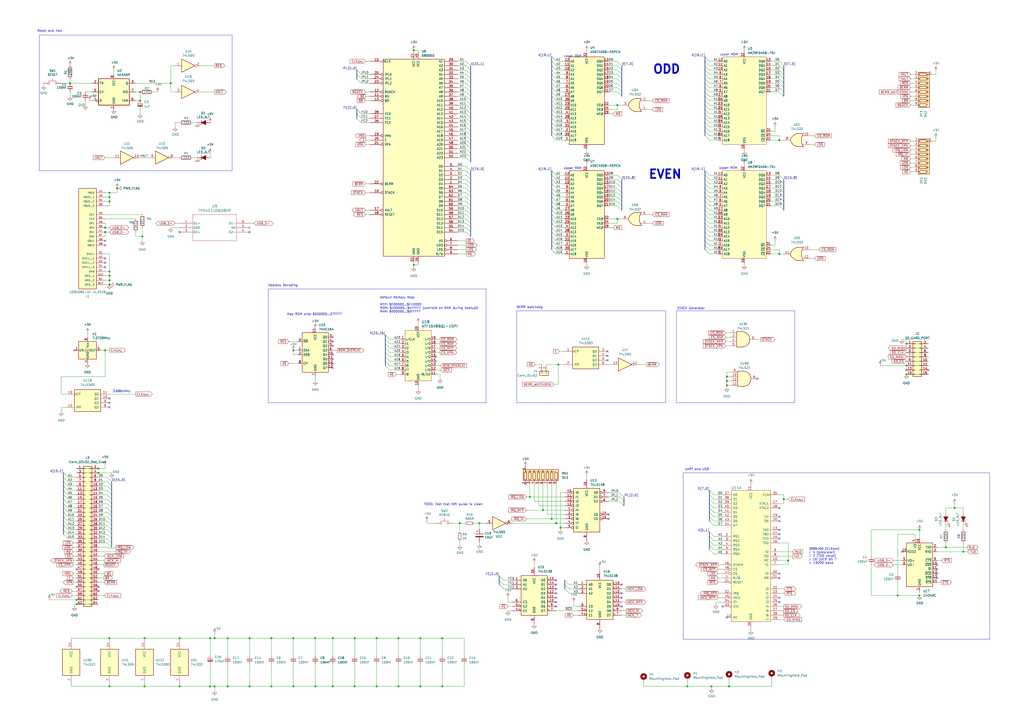
<source format=kicad_sch>
(kicad_sch (version 20230121) (generator eeschema)
  (paper "A2")
  (junction (at 243.84 398.145))
  (junction (at 182.88 370.205))
  (junction (at 323.85 211.455))
  (junction (at 358.14 127))
  (junction (at 307.34 288.29))
  (junction (at 320.04 300.99))
  (junction (at 44.45 350.52))
  (junction (at 525.78 217.17))
  (junction (at 240.03 29.21))
  (junction (at 170.18 370.205))
  (junction (at 533.4 345.44))
  (junction (at 421.64 218.44))
  (junction (at 314.96 295.91))
  (junction (at 67.945 109.22))
  (junction (at 553.72 294.64))
  (junction (at 99.06 48.26))
  (junction (at 63.5 165.1))
  (junction (at 63.5 370.205))
  (junction (at 412.75 398.145))
  (junction (at 144.78 370.205))
  (junction (at 170.18 203.2))
  (junction (at 132.08 398.145))
  (junction (at 454.66 289.56))
  (junction (at 358.14 60.96))
  (junction (at 104.14 398.145))
  (junction (at 193.04 398.145))
  (junction (at 520.7 345.44))
  (junction (at 124.46 370.205))
  (junction (at 63.5 116.84))
  (junction (at 398.78 398.145))
  (junction (at 243.84 370.205))
  (junction (at 63.5 160.02))
  (junction (at 525.78 199.39))
  (junction (at 63.5 157.48))
  (junction (at 157.48 370.205))
  (junction (at 205.74 370.205))
  (junction (at 82.55 137.16))
  (junction (at 144.78 398.145))
  (junction (at 205.74 398.145))
  (junction (at 256.54 398.145))
  (junction (at 452.12 81.28))
  (junction (at 182.88 398.145))
  (junction (at 40.64 48.26))
  (junction (at 44.45 347.98))
  (junction (at 266.7 303.53))
  (junction (at 63.5 111.76))
  (junction (at 60.96 134.62))
  (junction (at 533.4 307.34))
  (junction (at 218.44 398.145))
  (junction (at 422.91 398.145))
  (junction (at 231.14 398.145))
  (junction (at 548.64 317.5))
  (junction (at 457.2 325.12))
  (junction (at 525.78 212.09))
  (junction (at 421.64 220.98))
  (junction (at 124.46 398.145))
  (junction (at 322.58 303.53))
  (junction (at 170.18 398.145))
  (junction (at 83.82 398.145))
  (junction (at 240.03 153.67))
  (junction (at 121.92 398.145))
  (junction (at 57.15 271.78))
  (junction (at 57.15 274.32))
  (junction (at 558.8 320.04))
  (junction (at 218.44 370.205))
  (junction (at 60.96 132.08))
  (junction (at 63.5 162.56))
  (junction (at 452.12 147.32))
  (junction (at 231.14 370.205))
  (junction (at 63.5 398.145))
  (junction (at 256.54 370.205))
  (junction (at 81.28 53.34))
  (junction (at 421.64 223.52))
  (junction (at 132.08 370.205))
  (junction (at 81.28 58.42))
  (junction (at 83.82 370.205))
  (junction (at 121.92 370.205))
  (junction (at 60.96 203.2))
  (junction (at 278.13 303.53))
  (junction (at 63.5 114.3))
  (junction (at 193.04 370.205))
  (junction (at 157.48 398.145))
  (junction (at 104.14 370.205))
  (junction (at 325.12 306.07))
  (no_connect (at 63.5 231.14))
  (no_connect (at 57.15 330.2))
  (no_connect (at 144.78 134.62))
  (no_connect (at 543.56 335.28))
  (no_connect (at 452.12 349.25))
  (no_connect (at 57.15 342.9))
  (no_connect (at 322.58 349.25))
  (no_connect (at 452.12 346.71))
  (no_connect (at 44.45 330.2))
  (no_connect (at 63.5 236.22))
  (no_connect (at 322.58 344.17))
  (no_connect (at 104.14 134.62))
  (no_connect (at 193.04 210.82))
  (no_connect (at 452.12 312.42))
  (no_connect (at 360.68 351.79))
  (no_connect (at 193.04 198.12))
  (no_connect (at 452.12 307.34))
  (no_connect (at 452.12 294.64))
  (no_connect (at 322.58 336.55))
  (no_connect (at 193.04 195.58))
  (no_connect (at 352.425 203.835))
  (no_connect (at 304.8 280.67))
  (no_connect (at 353.06 300.99))
  (no_connect (at 452.12 309.88))
  (no_connect (at 452.12 299.72))
  (no_connect (at 538.48 214.63))
  (no_connect (at 452.12 335.28))
  (no_connect (at 60.96 154.94))
  (no_connect (at 60.96 139.7))
  (no_connect (at 193.04 205.74))
  (no_connect (at 60.96 152.4))
  (no_connect (at 352.425 206.375))
  (no_connect (at 252.73 207.01))
  (no_connect (at 57.15 340.36))
  (no_connect (at 525.78 214.63))
  (no_connect (at 419.1 351.79))
  (no_connect (at 452.12 302.26))
  (no_connect (at 421.64 358.14))
  (no_connect (at 360.68 346.71))
  (no_connect (at 360.68 339.09))
  (no_connect (at 353.06 298.45))
  (no_connect (at 352.425 208.915))
  (no_connect (at 439.42 219.71))
  (no_connect (at 523.24 320.04))
  (no_connect (at 193.04 208.28))
  (no_connect (at 543.56 327.66))
  (no_connect (at 63.5 233.68))
  (no_connect (at 60.96 142.24))
  (no_connect (at 322.58 346.71))
  (no_connect (at 543.56 330.2))
  (no_connect (at 193.04 200.66))
  (no_connect (at 44.45 340.36))
  (no_connect (at 360.68 344.17))
  (no_connect (at 452.12 332.74))
  (no_connect (at 43.18 203.2))
  (no_connect (at 322.58 341.63))
  (no_connect (at 60.96 149.86))
  (no_connect (at 322.58 339.09))
  (no_connect (at 193.04 213.36))
  (no_connect (at 252.73 209.55))
  (no_connect (at 322.58 351.79))
  (no_connect (at 543.56 332.74))
  (bus_entry (at 320.04 45.72) (size 2.54 2.54))
  (bus_entry (at 452.12 119.38) (size 2.54 2.54))
  (bus_entry (at 36.83 276.86) (size 2.54 2.54))
  (bus_entry (at 358.14 111.76) (size 2.54 2.54))
  (bus_entry (at 358.14 53.34) (size 2.54 2.54))
  (bus_entry (at 408.94 68.58) (size 2.54 2.54))
  (bus_entry (at 223.52 204.47) (size 2.54 2.54))
  (bus_entry (at 36.83 297.18) (size 2.54 2.54))
  (bus_entry (at 270.51 48.26) (size 2.54 2.54))
  (bus_entry (at 320.04 68.58) (size 2.54 2.54))
  (bus_entry (at 320.04 109.22) (size 2.54 2.54))
  (bus_entry (at 408.94 73.66) (size 2.54 2.54))
  (bus_entry (at 320.04 71.12) (size 2.54 2.54))
  (bus_entry (at 408.94 132.08) (size 2.54 2.54))
  (bus_entry (at 320.04 137.16) (size 2.54 2.54))
  (bus_entry (at 320.04 142.24) (size 2.54 2.54))
  (bus_entry (at 408.94 127) (size 2.54 2.54))
  (bus_entry (at 452.12 114.3) (size 2.54 2.54))
  (bus_entry (at 320.04 104.14) (size 2.54 2.54))
  (bus_entry (at 358.14 45.72) (size 2.54 2.54))
  (bus_entry (at 359.41 290.83) (size 2.54 2.54))
  (bus_entry (at 411.48 284.48) (size 2.54 2.54))
  (bus_entry (at 408.94 76.2) (size 2.54 2.54))
  (bus_entry (at 452.12 43.18) (size 2.54 2.54))
  (bus_entry (at 207.01 43.18) (size 2.54 2.54))
  (bus_entry (at 270.51 132.08) (size 2.54 2.54))
  (bus_entry (at 270.51 53.34) (size 2.54 2.54))
  (bus_entry (at 62.23 304.8) (size 2.54 2.54))
  (bus_entry (at 223.52 199.39) (size 2.54 2.54))
  (bus_entry (at 270.51 111.76) (size 2.54 2.54))
  (bus_entry (at 223.52 201.93) (size 2.54 2.54))
  (bus_entry (at 320.04 60.96) (size 2.54 2.54))
  (bus_entry (at 327.66 336.55) (size 2.54 2.54))
  (bus_entry (at 320.04 33.02) (size 2.54 2.54))
  (bus_entry (at 408.94 104.14) (size 2.54 2.54))
  (bus_entry (at 411.48 308.61) (size 2.54 2.54))
  (bus_entry (at 270.51 71.12) (size 2.54 2.54))
  (bus_entry (at 223.52 207.01) (size 2.54 2.54))
  (bus_entry (at 408.94 101.6) (size 2.54 2.54))
  (bus_entry (at 408.94 142.24) (size 2.54 2.54))
  (bus_entry (at 62.23 314.96) (size 2.54 2.54))
  (bus_entry (at 270.51 63.5) (size 2.54 2.54))
  (bus_entry (at 408.94 137.16) (size 2.54 2.54))
  (bus_entry (at 36.83 304.8) (size 2.54 2.54))
  (bus_entry (at 358.14 119.38) (size 2.54 2.54))
  (bus_entry (at 408.94 66.04) (size 2.54 2.54))
  (bus_entry (at 270.51 60.96) (size 2.54 2.54))
  (bus_entry (at 270.51 134.62) (size 2.54 2.54))
  (bus_entry (at 320.04 111.76) (size 2.54 2.54))
  (bus_entry (at 452.12 104.14) (size 2.54 2.54))
  (bus_entry (at 36.83 279.4) (size 2.54 2.54))
  (bus_entry (at 358.14 43.18) (size 2.54 2.54))
  (bus_entry (at 452.12 109.22) (size 2.54 2.54))
  (bus_entry (at 270.51 96.52) (size 2.54 2.54))
  (bus_entry (at 320.04 58.42) (size 2.54 2.54))
  (bus_entry (at 36.83 302.26) (size 2.54 2.54))
  (bus_entry (at 270.51 45.72) (size 2.54 2.54))
  (bus_entry (at 358.14 50.8) (size 2.54 2.54))
  (bus_entry (at 270.51 99.06) (size 2.54 2.54))
  (bus_entry (at 327.66 341.63) (size 2.54 2.54))
  (bus_entry (at 270.51 129.54) (size 2.54 2.54))
  (bus_entry (at 36.83 287.02) (size 2.54 2.54))
  (bus_entry (at 452.12 50.8) (size 2.54 2.54))
  (bus_entry (at 270.51 76.2) (size 2.54 2.54))
  (bus_entry (at 320.04 50.8) (size 2.54 2.54))
  (bus_entry (at 289.56 336.55) (size 2.54 2.54))
  (bus_entry (at 408.94 38.1) (size 2.54 2.54))
  (bus_entry (at 411.48 313.69) (size 2.54 2.54))
  (bus_entry (at 270.51 124.46) (size 2.54 2.54))
  (bus_entry (at 270.51 40.64) (size 2.54 2.54))
  (bus_entry (at 408.94 48.26) (size 2.54 2.54))
  (bus_entry (at 408.94 99.06) (size 2.54 2.54))
  (bus_entry (at 408.94 55.88) (size 2.54 2.54))
  (bus_entry (at 36.83 309.88) (size 2.54 2.54))
  (bus_entry (at 452.12 106.68) (size 2.54 2.54))
  (bus_entry (at 320.04 73.66) (size 2.54 2.54))
  (bus_entry (at 358.14 35.56) (size 2.54 2.54))
  (bus_entry (at 270.51 66.04) (size 2.54 2.54))
  (bus_entry (at 320.04 132.08) (size 2.54 2.54))
  (bus_entry (at 408.94 53.34) (size 2.54 2.54))
  (bus_entry (at 411.48 297.18) (size 2.54 2.54))
  (bus_entry (at 270.51 91.44) (size 2.54 2.54))
  (bus_entry (at 270.51 38.1) (size 2.54 2.54))
  (bus_entry (at 62.23 292.1) (size 2.54 2.54))
  (bus_entry (at 320.04 38.1) (size 2.54 2.54))
  (bus_entry (at 320.04 134.62) (size 2.54 2.54))
  (bus_entry (at 452.12 48.26) (size 2.54 2.54))
  (bus_entry (at 207.01 68.58) (size 2.54 2.54))
  (bus_entry (at 320.04 78.74) (size 2.54 2.54))
  (bus_entry (at 320.04 119.38) (size 2.54 2.54))
  (bus_entry (at 270.51 114.3) (size 2.54 2.54))
  (bus_entry (at 452.12 111.76) (size 2.54 2.54))
  (bus_entry (at 62.23 281.94) (size 2.54 2.54))
  (bus_entry (at 207.01 66.04) (size 2.54 2.54))
  (bus_entry (at 408.94 139.7) (size 2.54 2.54))
  (bus_entry (at 408.94 45.72) (size 2.54 2.54))
  (bus_entry (at 452.12 101.6) (size 2.54 2.54))
  (bus_entry (at 408.94 119.38) (size 2.54 2.54))
  (bus_entry (at 320.04 63.5) (size 2.54 2.54))
  (bus_entry (at 320.04 40.64) (size 2.54 2.54))
  (bus_entry (at 320.04 127) (size 2.54 2.54))
  (bus_entry (at 62.23 294.64) (size 2.54 2.54))
  (bus_entry (at 270.51 106.68) (size 2.54 2.54))
  (bus_entry (at 408.94 71.12) (size 2.54 2.54))
  (bus_entry (at 62.23 297.18) (size 2.54 2.54))
  (bus_entry (at 270.51 58.42) (size 2.54 2.54))
  (bus_entry (at 270.51 104.14) (size 2.54 2.54))
  (bus_entry (at 411.48 287.02) (size 2.54 2.54))
  (bus_entry (at 408.94 63.5) (size 2.54 2.54))
  (bus_entry (at 36.83 307.34) (size 2.54 2.54))
  (bus_entry (at 408.94 35.56) (size 2.54 2.54))
  (bus_entry (at 62.23 299.72) (size 2.54 2.54))
  (bus_entry (at 62.23 276.86) (size 2.54 2.54))
  (bus_entry (at 408.94 58.42) (size 2.54 2.54))
  (bus_entry (at 320.04 114.3) (size 2.54 2.54))
  (bus_entry (at 408.94 106.68) (size 2.54 2.54))
  (bus_entry (at 320.04 144.78) (size 2.54 2.54))
  (bus_entry (at 270.51 109.22) (size 2.54 2.54))
  (bus_entry (at 270.51 121.92) (size 2.54 2.54))
  (bus_entry (at 411.48 318.77) (size 2.54 2.54))
  (bus_entry (at 408.94 129.54) (size 2.54 2.54))
  (bus_entry (at 408.94 111.76) (size 2.54 2.54))
  (bus_entry (at 358.14 104.14) (size 2.54 2.54))
  (bus_entry (at 320.04 55.88) (size 2.54 2.54))
  (bus_entry (at 270.51 78.74) (size 2.54 2.54))
  (bus_entry (at 270.51 119.38) (size 2.54 2.54))
  (bus_entry (at 270.51 68.58) (size 2.54 2.54))
  (bus_entry (at 270.51 73.66) (size 2.54 2.54))
  (bus_entry (at 452.12 35.56) (size 2.54 2.54))
  (bus_entry (at 207.01 40.64) (size 2.54 2.54))
  (bus_entry (at 320.04 76.2) (size 2.54 2.54))
  (bus_entry (at 320.04 124.46) (size 2.54 2.54))
  (bus_entry (at 320.04 66.04) (size 2.54 2.54))
  (bus_entry (at 320.04 99.06) (size 2.54 2.54))
  (bus_entry (at 62.23 287.02) (size 2.54 2.54))
  (bus_entry (at 411.48 316.23) (size 2.54 2.54))
  (bus_entry (at 408.94 50.8) (size 2.54 2.54))
  (bus_entry (at 320.04 139.7) (size 2.54 2.54))
  (bus_entry (at 36.83 299.72) (size 2.54 2.54))
  (bus_entry (at 223.52 212.09) (size 2.54 2.54))
  (bus_entry (at 452.12 38.1) (size 2.54 2.54))
  (bus_entry (at 62.23 309.88) (size 2.54 2.54))
  (bus_entry (at 223.52 196.85) (size 2.54 2.54))
  (bus_entry (at 358.14 101.6) (size 2.54 2.54))
  (bus_entry (at 358.14 40.64) (size 2.54 2.54))
  (bus_entry (at 320.04 48.26) (size 2.54 2.54))
  (bus_entry (at 408.94 43.18) (size 2.54 2.54))
  (bus_entry (at 320.04 129.54) (size 2.54 2.54))
  (bus_entry (at 223.52 194.31) (size 2.54 2.54))
  (bus_entry (at 320.04 53.34) (size 2.54 2.54))
  (bus_entry (at 408.94 144.78) (size 2.54 2.54))
  (bus_entry (at 408.94 121.92) (size 2.54 2.54))
  (bus_entry (at 358.14 106.68) (size 2.54 2.54))
  (bus_entry (at 327.66 339.09) (size 2.54 2.54))
  (bus_entry (at 270.51 86.36) (size 2.54 2.54))
  (bus_entry (at 358.14 48.26) (size 2.54 2.54))
  (bus_entry (at 320.04 106.68) (size 2.54 2.54))
  (bus_entry (at 270.51 35.56) (size 2.54 2.54))
  (bus_entry (at 358.14 114.3) (size 2.54 2.54))
  (bus_entry (at 270.51 43.18) (size 2.54 2.54))
  (bus_entry (at 408.94 78.74) (size 2.54 2.54))
  (bus_entry (at 36.83 292.1) (size 2.54 2.54))
  (bus_entry (at 452.12 116.84) (size 2.54 2.54))
  (bus_entry (at 36.83 294.64) (size 2.54 2.54))
  (bus_entry (at 408.94 60.96) (size 2.54 2.54))
  (bus_entry (at 408.94 114.3) (size 2.54 2.54))
  (bus_entry (at 223.52 209.55) (size 2.54 2.54))
  (bus_entry (at 270.51 127) (size 2.54 2.54))
  (bus_entry (at 62.23 279.4) (size 2.54 2.54))
  (bus_entry (at 358.14 38.1) (size 2.54 2.54))
  (bus_entry (at 411.48 299.72) (size 2.54 2.54))
  (bus_entry (at 411.48 311.15) (size 2.54 2.54))
  (bus_entry (at 411.48 302.26) (size 2.54 2.54))
  (bus_entry (at 207.01 45.72) (size 2.54 2.54))
  (bus_entry (at 62.23 307.34) (size 2.54 2.54))
  (bus_entry (at 408.94 33.02) (size 2.54 2.54))
  (bus_entry (at 359.41 285.75) (size 2.54 2.54))
  (bus_entry (at 270.51 83.82) (size 2.54 2.54))
  (bus_entry (at 270.51 81.28) (size 2.54 2.54))
  (bus_entry (at 411.48 292.1) (size 2.54 2.54))
  (bus_entry (at 408.94 116.84) (size 2.54 2.54))
  (bus_entry (at 358.14 109.22) (size 2.54 2.54))
  (bus_entry (at 36.83 289.56) (size 2.54 2.54))
  (bus_entry (at 408.94 40.64) (size 2.54 2.54))
  (bus_entry (at 62.23 312.42) (size 2.54 2.54))
  (bus_entry (at 36.83 274.32) (size 2.54 2.54))
  (bus_entry (at 320.04 101.6) (size 2.54 2.54))
  (bus_entry (at 411.48 289.56) (size 2.54 2.54))
  (bus_entry (at 270.51 50.8) (size 2.54 2.54))
  (bus_entry (at 408.94 134.62) (size 2.54 2.54))
  (bus_entry (at 270.51 116.84) (size 2.54 2.54))
  (bus_entry (at 320.04 121.92) (size 2.54 2.54))
  (bus_entry (at 359.41 288.29) (size 2.54 2.54))
  (bus_entry (at 452.12 40.64) (size 2.54 2.54))
  (bus_entry (at 452.12 45.72) (size 2.54 2.54))
  (bus_entry (at 207.01 63.5) (size 2.54 2.54))
  (bus_entry (at 62.23 302.26) (size 2.54 2.54))
  (bus_entry (at 36.83 284.48) (size 2.54 2.54))
  (bus_entry (at 411.48 294.64) (size 2.54 2.54))
  (bus_entry (at 62.23 284.48) (size 2.54 2.54))
  (bus_entry (at 270.51 55.88) (size 2.54 2.54))
  (bus_entry (at 358.14 116.84) (size 2.54 2.54))
  (bus_entry (at 62.23 289.56) (size 2.54 2.54))
  (bus_entry (at 36.83 281.94) (size 2.54 2.54))
  (bus_entry (at 452.12 53.34) (size 2.54 2.54))
  (bus_entry (at 270.51 88.9) (size 2.54 2.54))
  (bus_entry (at 289.56 334.01) (size 2.54 2.54))
  (bus_entry (at 289.56 339.09) (size 2.54 2.54))
  (bus_entry (at 270.51 101.6) (size 2.54 2.54))
  (bus_entry (at 408.94 109.22) (size 2.54 2.54))
  (bus_entry (at 320.04 116.84) (size 2.54 2.54))
  (bus_entry (at 408.94 124.46) (size 2.54 2.54))
  (bus_entry (at 320.04 43.18) (size 2.54 2.54))
  (bus_entry (at 320.04 35.56) (size 2.54 2.54))
  (wire (pts (xy 340.36 86.36) (xy 340.36 87.63)))
  (bus (pts (xy 320.04 124.46) (xy 320.04 127)))
  (wire (pts (xy 411.48 45.72) (xy 416.56 45.72)))
  (wire (pts (xy 322.58 137.16) (xy 327.66 137.16)))
  (wire (pts (xy 322.58 111.76) (xy 327.66 111.76)))
  (wire (pts (xy 447.04 81.28) (xy 452.12 81.28)))
  (wire (pts (xy 255.27 217.17) (xy 255.27 219.71)))
  (bus (pts (xy 408.94 53.34) (xy 408.94 55.88)))
  (wire (pts (xy 35.56 236.22) (xy 35.56 238.76)))
  (wire (pts (xy 525.78 209.55) (xy 538.48 209.55)))
  (bus (pts (xy 289.56 336.55) (xy 289.56 339.09)))
  (wire (pts (xy 57.15 312.42) (xy 62.23 312.42)))
  (bus (pts (xy 64.77 289.56) (xy 64.77 292.1)))
  (bus (pts (xy 320.04 45.72) (xy 320.04 48.26)))
  (bus (pts (xy 360.68 104.14) (xy 360.68 106.68)))
  (wire (pts (xy 322.58 119.38) (xy 327.66 119.38)))
  (wire (pts (xy 353.06 35.56) (xy 358.14 35.56)))
  (wire (pts (xy 265.43 45.72) (xy 270.51 45.72)))
  (wire (pts (xy 317.5 280.67) (xy 317.5 298.45)))
  (bus (pts (xy 454.66 119.38) (xy 454.66 121.92)))
  (wire (pts (xy 57.15 284.48) (xy 62.23 284.48)))
  (wire (pts (xy 278.13 303.53) (xy 281.94 303.53)))
  (wire (pts (xy 452.12 292.1) (xy 454.66 292.1)))
  (wire (pts (xy 353.06 45.72) (xy 358.14 45.72)))
  (wire (pts (xy 60.96 116.84) (xy 63.5 116.84)))
  (wire (pts (xy 292.1 339.09) (xy 297.18 339.09)))
  (wire (pts (xy 322.58 53.34) (xy 327.66 53.34)))
  (wire (pts (xy 353.06 48.26) (xy 358.14 48.26)))
  (wire (pts (xy 212.09 78.74) (xy 214.63 78.74)))
  (wire (pts (xy 205.74 398.145) (xy 218.44 398.145)))
  (wire (pts (xy 62.865 318.135) (xy 66.04 318.135)))
  (wire (pts (xy 63.5 132.08) (xy 60.96 132.08)))
  (wire (pts (xy 332.74 356.87) (xy 335.28 356.87)))
  (wire (pts (xy 101.6 71.12) (xy 101.6 73.66)))
  (wire (pts (xy 39.37 279.4) (xy 44.45 279.4)))
  (wire (pts (xy 411.48 142.24) (xy 416.56 142.24)))
  (wire (pts (xy 52.07 58.42) (xy 53.34 58.42)))
  (wire (pts (xy 57.15 292.1) (xy 62.23 292.1)))
  (bus (pts (xy 223.52 194.31) (xy 223.52 196.85)))
  (wire (pts (xy 60.96 137.16) (xy 60.96 134.62)))
  (wire (pts (xy 170.18 370.205) (xy 170.18 380.365)))
  (wire (pts (xy 322.58 104.14) (xy 327.66 104.14)))
  (bus (pts (xy 454.66 50.8) (xy 454.66 53.34)))
  (wire (pts (xy 414.02 321.31) (xy 419.1 321.31)))
  (wire (pts (xy 252.73 201.93) (xy 255.27 201.93)))
  (wire (pts (xy 294.64 349.25) (xy 294.64 346.71)))
  (bus (pts (xy 273.05 78.74) (xy 273.05 81.28)))
  (wire (pts (xy 243.84 398.145) (xy 231.14 398.145)))
  (bus (pts (xy 360.68 119.38) (xy 360.68 121.92)))
  (wire (pts (xy 60.96 114.3) (xy 63.5 114.3)))
  (wire (pts (xy 81.28 53.34) (xy 81.28 58.42)))
  (wire (pts (xy 42.545 325.12) (xy 44.45 325.12)))
  (wire (pts (xy 266.7 308.61) (xy 266.7 303.53)))
  (wire (pts (xy 447.04 78.74) (xy 452.12 78.74)))
  (wire (pts (xy 116.84 38.1) (xy 124.46 38.1)))
  (wire (pts (xy 144.78 385.445) (xy 144.78 398.145)))
  (bus (pts (xy 36.83 297.18) (xy 36.83 299.72)))
  (bus (pts (xy 273.05 111.76) (xy 273.05 114.3)))
  (wire (pts (xy 447.04 104.14) (xy 452.12 104.14)))
  (wire (pts (xy 269.24 398.145) (xy 256.54 398.145)))
  (wire (pts (xy 327.66 306.07) (xy 325.12 306.07)))
  (wire (pts (xy 411.48 119.38) (xy 416.56 119.38)))
  (polyline (pts (xy 134.62 20.32) (xy 134.62 99.06)))
  (wire (pts (xy 322.58 45.72) (xy 327.66 45.72)))
  (wire (pts (xy 205.74 370.205) (xy 205.74 380.365)))
  (wire (pts (xy 558.8 294.64) (xy 558.8 297.18)))
  (wire (pts (xy 167.64 198.12) (xy 172.72 198.12)))
  (wire (pts (xy 212.09 81.28) (xy 214.63 81.28)))
  (wire (pts (xy 411.48 43.18) (xy 416.56 43.18)))
  (wire (pts (xy 57.15 302.26) (xy 62.23 302.26)))
  (wire (pts (xy 226.06 209.55) (xy 232.41 209.55)))
  (wire (pts (xy 57.15 274.32) (xy 64.77 274.32)))
  (wire (pts (xy 63.5 371.475) (xy 63.5 370.205)))
  (wire (pts (xy 411.48 55.88) (xy 416.56 55.88)))
  (bus (pts (xy 289.56 334.01) (xy 289.56 336.55)))
  (bus (pts (xy 64.77 314.96) (xy 64.77 317.5)))
  (bus (pts (xy 36.83 284.48) (xy 36.83 287.02)))
  (wire (pts (xy 265.43 40.64) (xy 270.51 40.64)))
  (wire (pts (xy 265.43 55.88) (xy 270.51 55.88)))
  (wire (pts (xy 447.04 48.26) (xy 452.12 48.26)))
  (wire (pts (xy 294.64 351.79) (xy 297.18 351.79)))
  (wire (pts (xy 358.14 60.96) (xy 360.68 60.96)))
  (wire (pts (xy 265.43 127) (xy 270.51 127)))
  (wire (pts (xy 209.55 43.18) (xy 214.63 43.18)))
  (wire (pts (xy 243.84 370.205) (xy 231.14 370.205)))
  (wire (pts (xy 322.58 66.04) (xy 327.66 66.04)))
  (bus (pts (xy 454.66 48.26) (xy 454.66 50.8)))
  (wire (pts (xy 528.32 89.535) (xy 530.86 89.535)))
  (wire (pts (xy 60.96 203.2) (xy 63.5 203.2)))
  (bus (pts (xy 408.94 43.18) (xy 408.94 45.72)))
  (wire (pts (xy 528.32 50.8) (xy 530.86 50.8)))
  (wire (pts (xy 63.5 160.02) (xy 63.5 162.56)))
  (wire (pts (xy 57.15 294.64) (xy 62.23 294.64)))
  (wire (pts (xy 44.45 274.32) (xy 57.15 274.32)))
  (wire (pts (xy 209.55 66.04) (xy 214.63 66.04)))
  (wire (pts (xy 265.43 66.04) (xy 270.51 66.04)))
  (wire (pts (xy 265.43 38.1) (xy 270.51 38.1)))
  (wire (pts (xy 414.02 299.72) (xy 419.1 299.72)))
  (wire (pts (xy 414.02 318.77) (xy 419.1 318.77)))
  (wire (pts (xy 60.96 271.78) (xy 60.96 269.875)))
  (wire (pts (xy 218.44 370.205) (xy 218.44 380.365)))
  (wire (pts (xy 353.06 111.76) (xy 358.14 111.76)))
  (wire (pts (xy 63.5 162.56) (xy 63.5 165.1)))
  (bus (pts (xy 360.68 109.22) (xy 360.68 111.76)))
  (wire (pts (xy 265.43 129.54) (xy 270.51 129.54)))
  (wire (pts (xy 256.54 385.445) (xy 256.54 398.145)))
  (wire (pts (xy 469.9 144.78) (xy 474.98 144.78)))
  (bus (pts (xy 64.77 279.4) (xy 64.77 281.94)))
  (wire (pts (xy 41.91 342.9) (xy 44.45 342.9)))
  (wire (pts (xy 81.28 63.5) (xy 81.28 66.04)))
  (wire (pts (xy 373.38 396.24) (xy 373.38 398.145)))
  (wire (pts (xy 44.45 350.52) (xy 43.18 350.52)))
  (wire (pts (xy 57.15 276.86) (xy 62.23 276.86)))
  (bus (pts (xy 273.05 60.96) (xy 273.05 63.5)))
  (bus (pts (xy 320.04 119.38) (xy 320.04 121.92)))
  (wire (pts (xy 41.275 371.475) (xy 41.275 370.205)))
  (wire (pts (xy 322.58 68.58) (xy 327.66 68.58)))
  (bus (pts (xy 273.05 40.64) (xy 273.05 43.18)))
  (bus (pts (xy 273.05 50.8) (xy 273.05 53.34)))
  (bus (pts (xy 64.77 309.88) (xy 64.77 312.42)))
  (wire (pts (xy 416.56 335.28) (xy 419.1 335.28)))
  (wire (pts (xy 265.43 63.5) (xy 270.51 63.5)))
  (wire (pts (xy 530.86 81.915) (xy 528.32 81.915)))
  (wire (pts (xy 353.06 43.18) (xy 358.14 43.18)))
  (wire (pts (xy 226.06 196.85) (xy 232.41 196.85)))
  (bus (pts (xy 273.05 101.6) (xy 273.05 104.14)))
  (wire (pts (xy 375.92 63.5) (xy 378.46 63.5)))
  (wire (pts (xy 322.58 38.1) (xy 327.66 38.1)))
  (bus (pts (xy 320.04 55.88) (xy 320.04 58.42)))
  (wire (pts (xy 39.37 304.8) (xy 44.45 304.8)))
  (bus (pts (xy 36.83 274.32) (xy 36.83 276.86)))
  (bus (pts (xy 454.66 109.22) (xy 454.66 111.76)))
  (wire (pts (xy 528.32 53.34) (xy 530.86 53.34)))
  (wire (pts (xy 170.18 203.2) (xy 172.72 203.2)))
  (bus (pts (xy 361.95 290.83) (xy 361.95 293.37)))
  (wire (pts (xy 172.72 205.74) (xy 170.18 205.74)))
  (wire (pts (xy 38.1 236.22) (xy 35.56 236.22)))
  (wire (pts (xy 528.32 60.96) (xy 530.86 60.96)))
  (wire (pts (xy 252.73 214.63) (xy 255.27 214.63)))
  (wire (pts (xy 39.37 287.02) (xy 44.45 287.02)))
  (wire (pts (xy 447.04 45.72) (xy 452.12 45.72)))
  (wire (pts (xy 452.12 81.28) (xy 454.66 81.28)))
  (wire (pts (xy 269.24 385.445) (xy 269.24 398.145)))
  (wire (pts (xy 218.44 385.445) (xy 218.44 398.145)))
  (wire (pts (xy 63.5 111.76) (xy 67.945 111.76)))
  (wire (pts (xy 297.18 354.33) (xy 294.64 354.33)))
  (bus (pts (xy 320.04 38.1) (xy 320.04 40.64)))
  (bus (pts (xy 360.68 38.1) (xy 360.68 40.64)))
  (wire (pts (xy 243.84 385.445) (xy 243.84 398.145)))
  (wire (pts (xy 78.74 53.34) (xy 81.28 53.34)))
  (bus (pts (xy 36.83 307.34) (xy 36.83 309.88)))
  (bus (pts (xy 408.94 111.76) (xy 408.94 114.3)))
  (wire (pts (xy 265.43 91.44) (xy 270.51 91.44)))
  (polyline (pts (xy 22.86 60.96) (xy 22.86 20.32)))
  (wire (pts (xy 63.5 228.6) (xy 78.74 228.6)))
  (wire (pts (xy 421.005 198.12) (xy 423.545 198.12)))
  (bus (pts (xy 411.48 289.56) (xy 411.48 292.1)))
  (wire (pts (xy 411.48 71.12) (xy 416.56 71.12)))
  (wire (pts (xy 322.58 142.24) (xy 327.66 142.24)))
  (bus (pts (xy 320.04 66.04) (xy 320.04 68.58)))
  (wire (pts (xy 265.43 88.9) (xy 270.51 88.9)))
  (wire (pts (xy 88.9 53.34) (xy 91.44 53.34)))
  (bus (pts (xy 320.04 76.2) (xy 320.04 78.74)))
  (wire (pts (xy 411.48 53.34) (xy 416.56 53.34)))
  (bus (pts (xy 320.04 50.8) (xy 320.04 53.34)))
  (polyline (pts (xy 396.24 274.32) (xy 396.24 370.84)))
  (wire (pts (xy 265.43 48.26) (xy 270.51 48.26)))
  (wire (pts (xy 416.56 330.2) (xy 419.1 330.2)))
  (wire (pts (xy 421.005 200.66) (xy 423.545 200.66)))
  (wire (pts (xy 60.96 111.76) (xy 63.5 111.76)))
  (wire (pts (xy 39.37 312.42) (xy 44.45 312.42)))
  (wire (pts (xy 452.12 314.96) (xy 457.2 314.96)))
  (wire (pts (xy 63.5 370.205) (xy 83.82 370.205)))
  (bus (pts (xy 408.94 129.54) (xy 408.94 132.08)))
  (bus (pts (xy 408.94 40.64) (xy 408.94 43.18)))
  (wire (pts (xy 454.66 292.1) (xy 454.66 289.56)))
  (wire (pts (xy 438.785 196.85) (xy 441.325 196.85)))
  (wire (pts (xy 193.04 385.445) (xy 193.04 398.145)))
  (wire (pts (xy 411.48 106.68) (xy 416.56 106.68)))
  (wire (pts (xy 39.37 284.48) (xy 44.45 284.48)))
  (wire (pts (xy 212.09 35.56) (xy 214.63 35.56)))
  (wire (pts (xy 39.37 299.72) (xy 44.45 299.72)))
  (bus (pts (xy 273.05 104.14) (xy 273.05 106.68)))
  (wire (pts (xy 375.92 124.46) (xy 378.46 124.46)))
  (bus (pts (xy 64.77 287.02) (xy 64.77 289.56)))
  (wire (pts (xy 322.58 280.67) (xy 322.58 303.53)))
  (wire (pts (xy 528.32 92.075) (xy 530.86 92.075)))
  (wire (pts (xy 322.58 48.26) (xy 327.66 48.26)))
  (wire (pts (xy 360.68 349.25) (xy 363.22 349.25)))
  (wire (pts (xy 431.8 86.36) (xy 431.8 87.63)))
  (wire (pts (xy 421.64 223.52) (xy 421.64 220.98)))
  (wire (pts (xy 353.06 109.22) (xy 358.14 109.22)))
  (wire (pts (xy 60.96 165.1) (xy 63.5 165.1)))
  (wire (pts (xy 411.48 68.58) (xy 416.56 68.58)))
  (wire (pts (xy 505.46 307.34) (xy 505.46 322.58)))
  (wire (pts (xy 63.5 398.145) (xy 83.82 398.145)))
  (wire (pts (xy 411.48 114.3) (xy 416.56 114.3)))
  (wire (pts (xy 322.58 101.6) (xy 327.66 101.6)))
  (wire (pts (xy 265.43 53.34) (xy 270.51 53.34)))
  (wire (pts (xy 182.88 380.365) (xy 182.88 370.205)))
  (bus (pts (xy 36.83 289.56) (xy 36.83 292.1)))
  (wire (pts (xy 57.15 317.5) (xy 62.865 317.5)))
  (wire (pts (xy 525.78 207.01) (xy 538.48 207.01)))
  (wire (pts (xy 226.06 207.01) (xy 232.41 207.01)))
  (wire (pts (xy 452.12 344.17) (xy 454.66 344.17)))
  (wire (pts (xy 124.46 398.145) (xy 132.08 398.145)))
  (wire (pts (xy 144.78 370.205) (xy 144.78 380.365)))
  (bus (pts (xy 320.04 127) (xy 320.04 129.54)))
  (wire (pts (xy 243.84 380.365) (xy 243.84 370.205)))
  (wire (pts (xy 435.61 280.67) (xy 435.61 281.94)))
  (bus (pts (xy 454.66 53.34) (xy 454.66 55.88)))
  (bus (pts (xy 273.05 38.1) (xy 273.05 40.64)))
  (bus (pts (xy 64.77 307.34) (xy 64.77 309.88)))
  (wire (pts (xy 353.06 63.5) (xy 358.14 63.5)))
  (wire (pts (xy 132.08 370.205) (xy 124.46 370.205)))
  (wire (pts (xy 114.3 71.12) (xy 111.76 71.12)))
  (bus (pts (xy 411.48 292.1) (xy 411.48 294.64)))
  (wire (pts (xy 132.08 398.145) (xy 144.78 398.145)))
  (wire (pts (xy 370.205 211.455) (xy 375.285 211.455)))
  (wire (pts (xy 44.45 350.52) (xy 57.15 350.52)))
  (wire (pts (xy 452.12 359.41) (xy 454.66 359.41)))
  (bus (pts (xy 64.77 294.64) (xy 64.77 297.18)))
  (wire (pts (xy 353.06 50.8) (xy 358.14 50.8)))
  (wire (pts (xy 543.56 337.82) (xy 546.1 337.82)))
  (wire (pts (xy 317.5 298.45) (xy 327.66 298.45)))
  (wire (pts (xy 209.55 68.58) (xy 214.63 68.58)))
  (wire (pts (xy 307.34 288.29) (xy 327.66 288.29)))
  (wire (pts (xy 321.31 222.885) (xy 323.85 222.885)))
  (wire (pts (xy 57.15 332.74) (xy 60.325 332.74)))
  (wire (pts (xy 57.15 297.18) (xy 62.23 297.18)))
  (wire (pts (xy 124.46 367.665) (xy 124.46 370.205)))
  (wire (pts (xy 412.75 398.145) (xy 422.91 398.145)))
  (wire (pts (xy 542.925 80.01) (xy 542.925 81.915)))
  (wire (pts (xy 322.58 71.12) (xy 327.66 71.12)))
  (wire (pts (xy 528.32 43.18) (xy 530.86 43.18)))
  (bus (pts (xy 408.94 63.5) (xy 408.94 66.04)))
  (bus (pts (xy 360.68 48.26) (xy 360.68 50.8)))
  (wire (pts (xy 42.545 317.5) (xy 44.45 317.5)))
  (bus (pts (xy 454.66 45.72) (xy 454.66 48.26)))
  (bus (pts (xy 454.66 111.76) (xy 454.66 114.3)))
  (wire (pts (xy 322.58 114.3) (xy 327.66 114.3)))
  (wire (pts (xy 63.5 157.48) (xy 63.5 160.02)))
  (wire (pts (xy 457.2 314.96) (xy 457.2 325.12)))
  (bus (pts (xy 411.48 308.61) (xy 411.48 311.15)))
  (wire (pts (xy 452.12 356.87) (xy 454.66 356.87)))
  (wire (pts (xy 414.02 313.69) (xy 419.1 313.69)))
  (bus (pts (xy 411.48 297.18) (xy 411.48 299.72)))
  (wire (pts (xy 322.58 106.68) (xy 327.66 106.68)))
  (wire (pts (xy 252.73 204.47) (xy 255.27 204.47)))
  (wire (pts (xy 78.74 127) (xy 60.96 127)))
  (wire (pts (xy 63.5 396.875) (xy 63.5 398.145)))
  (wire (pts (xy 167.64 210.82) (xy 172.72 210.82)))
  (wire (pts (xy 411.48 129.54) (xy 416.56 129.54)))
  (polyline (pts (xy 155.575 167.64) (xy 160.02 167.64)))
  (bus (pts (xy 320.04 111.76) (xy 320.04 114.3)))
  (bus (pts (xy 273.05 53.34) (xy 273.05 55.88)))
  (bus (pts (xy 223.52 207.01) (xy 223.52 209.55)))
  (wire (pts (xy 411.48 109.22) (xy 416.56 109.22)))
  (wire (pts (xy 99.06 48.26) (xy 99.06 53.34)))
  (bus (pts (xy 320.04 132.08) (xy 320.04 134.62)))
  (wire (pts (xy 530.86 309.88) (xy 520.7 309.88)))
  (wire (pts (xy 421.005 193.04) (xy 423.545 193.04)))
  (wire (pts (xy 447.04 43.18) (xy 452.12 43.18)))
  (wire (pts (xy 360.68 354.33) (xy 363.22 354.33)))
  (bus (pts (xy 320.04 116.84) (xy 320.04 119.38)))
  (bus (pts (xy 408.94 55.88) (xy 408.94 58.42)))
  (wire (pts (xy 57.15 309.88) (xy 62.23 309.88)))
  (bus (pts (xy 273.05 129.54) (xy 273.05 132.08)))
  (wire (pts (xy 322.58 121.92) (xy 327.66 121.92)))
  (wire (pts (xy 325.12 307.34) (xy 325.12 306.07)))
  (wire (pts (xy 411.48 66.04) (xy 416.56 66.04)))
  (wire (pts (xy 42.545 337.82) (xy 44.45 337.82)))
  (wire (pts (xy 42.545 327.66) (xy 44.45 327.66)))
  (wire (pts (xy 449.58 76.2) (xy 449.58 73.66)))
  (wire (pts (xy 454.66 289.56) (xy 454.66 287.02)))
  (wire (pts (xy 358.14 63.5) (xy 358.14 60.96)))
  (bus (pts (xy 411.48 287.02) (xy 411.48 289.56)))
  (wire (pts (xy 452.12 144.78) (xy 452.12 147.32)))
  (wire (pts (xy 265.43 144.78) (xy 270.51 144.78)))
  (wire (pts (xy 265.43 139.7) (xy 270.51 139.7)))
  (wire (pts (xy 411.48 78.74) (xy 416.56 78.74)))
  (wire (pts (xy 242.57 223.52) (xy 242.57 226.06)))
  (wire (pts (xy 83.82 370.205) (xy 83.82 371.475)))
  (wire (pts (xy 104.14 398.145) (xy 121.92 398.145)))
  (wire (pts (xy 322.58 129.54) (xy 327.66 129.54)))
  (wire (pts (xy 157.48 385.445) (xy 157.48 398.145)))
  (wire (pts (xy 104.14 132.08) (xy 99.06 132.08)))
  (wire (pts (xy 242.57 29.21) (xy 240.03 29.21)))
  (wire (pts (xy 411.48 48.26) (xy 416.56 48.26)))
  (wire (pts (xy 205.74 385.445) (xy 205.74 398.145)))
  (wire (pts (xy 322.58 127) (xy 327.66 127)))
  (wire (pts (xy 505.46 345.44) (xy 520.7 345.44)))
  (wire (pts (xy 35.56 48.26) (xy 40.64 48.26)))
  (wire (pts (xy 231.14 370.205) (xy 231.14 380.365)))
  (wire (pts (xy 422.91 398.145) (xy 447.675 398.145)))
  (wire (pts (xy 35.56 218.44) (xy 60.96 218.44)))
  (bus (pts (xy 320.04 104.14) (xy 320.04 106.68)))
  (wire (pts (xy 144.78 398.145) (xy 157.48 398.145)))
  (bus (pts (xy 408.94 134.62) (xy 408.94 137.16)))
  (bus (pts (xy 273.05 66.04) (xy 273.05 68.58)))
  (wire (pts (xy 421.005 195.58) (xy 423.545 195.58)))
  (wire (pts (xy 265.43 96.52) (xy 270.51 96.52)))
  (wire (pts (xy 528.32 97.155) (xy 530.86 97.155)))
  (wire (pts (xy 452.12 322.58) (xy 459.74 322.58)))
  (wire (pts (xy 447.04 76.2) (xy 449.58 76.2)))
  (wire (pts (xy 414.02 311.15) (xy 419.1 311.15)))
  (bus (pts (xy 273.05 76.2) (xy 273.05 78.74)))
  (wire (pts (xy 322.58 40.64) (xy 327.66 40.64)))
  (wire (pts (xy 226.06 212.09) (xy 232.41 212.09)))
  (wire (pts (xy 520.7 309.88) (xy 520.7 332.74)))
  (wire (pts (xy 447.04 101.6) (xy 452.12 101.6)))
  (wire (pts (xy 312.42 293.37) (xy 327.66 293.37)))
  (wire (pts (xy 424.18 215.9) (xy 421.64 215.9)))
  (wire (pts (xy 352.425 211.455) (xy 354.965 211.455)))
  (bus (pts (xy 64.77 292.1) (xy 64.77 294.64)))
  (bus (pts (xy 408.94 33.02) (xy 408.94 35.56)))
  (bus (pts (xy 223.52 199.39) (xy 223.52 201.93)))
  (wire (pts (xy 528.32 58.42) (xy 530.86 58.42)))
  (wire (pts (xy 265.43 73.66) (xy 270.51 73.66)))
  (wire (pts (xy 528.32 84.455) (xy 530.86 84.455)))
  (wire (pts (xy 265.43 86.36) (xy 270.51 86.36)))
  (wire (pts (xy 416.56 337.82) (xy 419.1 337.82)))
  (wire (pts (xy 322.58 147.32) (xy 327.66 147.32)))
  (wire (pts (xy 558.8 320.04) (xy 561.34 320.04)))
  (wire (pts (xy 505.46 307.34) (xy 533.4 307.34)))
  (bus (pts (xy 360.68 111.76) (xy 360.68 114.3)))
  (bus (pts (xy 408.94 124.46) (xy 408.94 127)))
  (wire (pts (xy 353.06 66.04) (xy 355.6 66.04)))
  (wire (pts (xy 325.12 285.75) (xy 325.12 306.07)))
  (wire (pts (xy 60.96 129.54) (xy 60.96 132.08)))
  (wire (pts (xy 39.37 297.18) (xy 44.45 297.18)))
  (wire (pts (xy 452.12 341.63) (xy 454.66 341.63)))
  (wire (pts (xy 101.6 71.12) (xy 104.14 71.12)))
  (wire (pts (xy 411.48 81.28) (xy 416.56 81.28)))
  (bus (pts (xy 207.01 43.18) (xy 207.01 45.72)))
  (wire (pts (xy 316.865 211.455) (xy 323.85 211.455)))
  (wire (pts (xy 78.74 137.16) (xy 82.55 137.16)))
  (wire (pts (xy 553.72 292.1) (xy 553.72 294.64)))
  (wire (pts (xy 124.46 400.685) (xy 124.46 398.145)))
  (wire (pts (xy 193.04 398.145) (xy 205.74 398.145)))
  (wire (pts (xy 274.955 303.53) (xy 278.13 303.53)))
  (bus (pts (xy 223.52 209.55) (xy 223.52 212.09)))
  (wire (pts (xy 297.18 349.25) (xy 294.64 349.25)))
  (bus (pts (xy 273.05 81.28) (xy 273.05 83.82)))
  (wire (pts (xy 528.32 94.615) (xy 530.86 94.615)))
  (wire (pts (xy 42.545 332.74) (xy 44.45 332.74)))
  (wire (pts (xy 414.02 297.18) (xy 419.1 297.18)))
  (bus (pts (xy 320.04 109.22) (xy 320.04 111.76)))
  (bus (pts (xy 273.05 68.58) (xy 273.05 71.12)))
  (wire (pts (xy 40.64 53.34) (xy 40.64 55.88)))
  (wire (pts (xy 307.34 280.67) (xy 307.34 288.29)))
  (wire (pts (xy 231.14 385.445) (xy 231.14 398.145)))
  (bus (pts (xy 408.94 66.04) (xy 408.94 68.58)))
  (wire (pts (xy 39.37 289.56) (xy 44.45 289.56)))
  (bus (pts (xy 360.68 106.68) (xy 360.68 109.22)))
  (wire (pts (xy 411.48 38.1) (xy 416.56 38.1)))
  (bus (pts (xy 408.94 50.8) (xy 408.94 53.34)))
  (wire (pts (xy 66.04 40.64) (xy 66.04 43.18)))
  (wire (pts (xy 67.945 111.76) (xy 67.945 109.22)))
  (wire (pts (xy 322.58 109.22) (xy 327.66 109.22)))
  (bus (pts (xy 320.04 142.24) (xy 320.04 144.78)))
  (wire (pts (xy 416.56 332.74) (xy 419.1 332.74)))
  (wire (pts (xy 40.64 45.72) (xy 40.64 48.26)))
  (wire (pts (xy 278.13 314.325) (xy 278.13 315.595)))
  (wire (pts (xy 411.48 63.5) (xy 416.56 63.5)))
  (bus (pts (xy 320.04 48.26) (xy 320.04 50.8)))
  (wire (pts (xy 83.82 396.875) (xy 83.82 398.145)))
  (wire (pts (xy 170.18 205.74) (xy 170.18 203.2)))
  (wire (pts (xy 525.78 204.47) (xy 538.48 204.47)))
  (wire (pts (xy 49.53 53.34) (xy 53.34 53.34)))
  (wire (pts (xy 305.435 288.29) (xy 307.34 288.29)))
  (bus (pts (xy 411.48 284.48) (xy 411.48 287.02)))
  (wire (pts (xy 265.43 101.6) (xy 270.51 101.6)))
  (wire (pts (xy 226.06 204.47) (xy 232.41 204.47)))
  (bus (pts (xy 327.66 336.55) (xy 327.66 339.09)))
  (wire (pts (xy 353.06 40.64) (xy 358.14 40.64)))
  (wire (pts (xy 212.09 53.34) (xy 214.63 53.34)))
  (wire (pts (xy 375.92 129.54) (xy 378.46 129.54)))
  (bus (pts (xy 223.52 196.85) (xy 223.52 199.39)))
  (bus (pts (xy 320.04 43.18) (xy 320.04 45.72)))
  (bus (pts (xy 320.04 68.58) (xy 320.04 71.12)))
  (wire (pts (xy 447.04 106.68) (xy 452.12 106.68)))
  (wire (pts (xy 454.66 287.02) (xy 452.12 287.02)))
  (wire (pts (xy 66.04 318.135) (xy 66.04 317.5)))
  (wire (pts (xy 322.58 35.56) (xy 327.66 35.56)))
  (wire (pts (xy 60.96 162.56) (xy 63.5 162.56)))
  (wire (pts (xy 144.78 129.54) (xy 147.32 129.54)))
  (wire (pts (xy 193.04 203.2) (xy 195.58 203.2)))
  (wire (pts (xy 411.48 132.08) (xy 416.56 132.08)))
  (bus (pts (xy 273.05 109.22) (xy 273.05 111.76)))
  (bus (pts (xy 273.05 127) (xy 273.05 129.54)))
  (wire (pts (xy 424.18 223.52) (xy 421.64 223.52)))
  (wire (pts (xy 265.43 50.8) (xy 270.51 50.8)))
  (wire (pts (xy 262.89 303.53) (xy 266.7 303.53)))
  (wire (pts (xy 218.44 398.145) (xy 231.14 398.145)))
  (bus (pts (xy 411.48 311.15) (xy 411.48 313.69)))
  (bus (pts (xy 273.05 43.18) (xy 273.05 45.72)))
  (polyline (pts (xy 386.08 180.34) (xy 386.08 233.68)) (stroke (width 0) (type solid)))
  (wire (pts (xy 322.58 354.33) (xy 335.28 354.33)))
  (wire (pts (xy 414.02 292.1) (xy 419.1 292.1)))
  (wire (pts (xy 121.92 88.9) (xy 121.92 91.44)))
  (wire (pts (xy 322.58 58.42) (xy 327.66 58.42)))
  (wire (pts (xy 212.09 111.76) (xy 214.63 111.76)))
  (wire (pts (xy 44.45 271.78) (xy 57.15 271.78)))
  (wire (pts (xy 78.74 134.62) (xy 78.74 137.16)))
  (wire (pts (xy 528.32 99.695) (xy 530.86 99.695)))
  (bus (pts (xy 320.04 63.5) (xy 320.04 66.04)))
  (bus (pts (xy 207.01 63.5) (xy 207.01 66.04)))
  (wire (pts (xy 240.03 153.67) (xy 240.03 154.94)))
  (wire (pts (xy 266.7 303.53) (xy 269.875 303.53)))
  (wire (pts (xy 327.66 285.75) (xy 325.12 285.75)))
  (wire (pts (xy 411.48 124.46) (xy 416.56 124.46)))
  (bus (pts (xy 36.83 287.02) (xy 36.83 289.56)))
  (bus (pts (xy 360.68 50.8) (xy 360.68 53.34)))
  (wire (pts (xy 340.36 275.59) (xy 340.36 278.13)))
  (bus (pts (xy 360.68 114.3) (xy 360.68 116.84)))
  (wire (pts (xy 320.04 300.99) (xy 305.435 300.99)))
  (wire (pts (xy 542.925 41.275) (xy 542.925 43.18)))
  (bus (pts (xy 408.94 109.22) (xy 408.94 111.76)))
  (polyline (pts (xy 281.94 167.64) (xy 281.94 233.68)))
  (wire (pts (xy 265.43 58.42) (xy 270.51 58.42)))
  (wire (pts (xy 310.515 211.455) (xy 314.325 211.455)))
  (wire (pts (xy 212.09 58.42) (xy 214.63 58.42)))
  (bus (pts (xy 408.94 142.24) (xy 408.94 144.78)))
  (wire (pts (xy 411.48 134.62) (xy 416.56 134.62)))
  (wire (pts (xy 242.57 29.21) (xy 242.57 30.48)))
  (wire (pts (xy 104.14 370.205) (xy 104.14 371.475)))
  (wire (pts (xy 322.58 50.8) (xy 327.66 50.8)))
  (wire (pts (xy 265.43 106.68) (xy 270.51 106.68)))
  (wire (pts (xy 50.8 193.04) (xy 50.8 195.58)))
  (wire (pts (xy 414.02 316.23) (xy 419.1 316.23)))
  (bus (pts (xy 273.05 83.82) (xy 273.05 86.36)))
  (wire (pts (xy 229.87 217.17) (xy 232.41 217.17)))
  (wire (pts (xy 209.55 71.12) (xy 214.63 71.12)))
  (wire (pts (xy 266.7 316.23) (xy 266.7 313.69)))
  (bus (pts (xy 36.83 276.86) (xy 36.83 279.4)))
  (wire (pts (xy 528.32 48.26) (xy 530.86 48.26)))
  (wire (pts (xy 209.55 48.26) (xy 214.63 48.26)))
  (bus (pts (xy 320.04 129.54) (xy 320.04 132.08)))
  (wire (pts (xy 327.66 300.99) (xy 320.04 300.99)))
  (wire (pts (xy 518.16 327.66) (xy 523.24 327.66)))
  (wire (pts (xy 265.43 68.58) (xy 270.51 68.58)))
  (wire (pts (xy 360.68 341.63) (xy 363.22 341.63)))
  (wire (pts (xy 265.43 43.18) (xy 270.51 43.18)))
  (bus (pts (xy 207.01 40.64) (xy 207.01 43.18)))
  (wire (pts (xy 411.48 144.78) (xy 416.56 144.78)))
  (wire (pts (xy 240.03 153.67) (xy 242.57 153.67)))
  (wire (pts (xy 44.45 347.98) (xy 57.15 347.98)))
  (bus (pts (xy 454.66 104.14) (xy 454.66 106.68)))
  (wire (pts (xy 41.91 345.44) (xy 44.45 345.44)))
  (bus (pts (xy 320.04 137.16) (xy 320.04 139.7)))
  (bus (pts (xy 36.83 292.1) (xy 36.83 294.64)))
  (wire (pts (xy 415.29 350.52) (xy 415.29 349.25)))
  (wire (pts (xy 447.04 38.1) (xy 452.12 38.1)))
  (bus (pts (xy 273.05 55.88) (xy 273.05 58.42)))
  (polyline (pts (xy 160.02 167.64) (xy 281.94 167.64)))
  (wire (pts (xy 265.43 124.46) (xy 270.51 124.46)))
  (wire (pts (xy 265.43 132.08) (xy 270.51 132.08)))
  (bus (pts (xy 320.04 60.96) (xy 320.04 63.5)))
  (wire (pts (xy 353.06 132.08) (xy 355.6 132.08)))
  (wire (pts (xy 62.865 317.5) (xy 62.865 318.135)))
  (wire (pts (xy 28.575 347.98) (xy 44.45 347.98)))
  (wire (pts (xy 42.545 320.04) (xy 44.45 320.04)))
  (wire (pts (xy 398.78 398.145) (xy 412.75 398.145)))
  (wire (pts (xy 101.6 91.44) (xy 104.14 91.44)))
  (wire (pts (xy 265.43 142.24) (xy 270.51 142.24)))
  (wire (pts (xy 330.2 344.17) (xy 335.28 344.17)))
  (wire (pts (xy 121.92 398.145) (xy 124.46 398.145)))
  (bus (pts (xy 64.77 299.72) (xy 64.77 302.26)))
  (wire (pts (xy 256.54 370.205) (xy 243.84 370.205)))
  (wire (pts (xy 57.15 307.34) (xy 62.23 307.34)))
  (wire (pts (xy 421.64 218.44) (xy 421.64 215.9)))
  (bus (pts (xy 320.04 73.66) (xy 320.04 76.2)))
  (wire (pts (xy 247.65 303.53) (xy 252.73 303.53)))
  (wire (pts (xy 312.42 280.67) (xy 312.42 293.37)))
  (wire (pts (xy 256.54 370.205) (xy 256.54 380.365)))
  (wire (pts (xy 57.15 345.44) (xy 60.325 345.44)))
  (wire (pts (xy 469.9 83.82) (xy 472.44 83.82)))
  (wire (pts (xy 360.68 356.87) (xy 363.22 356.87)))
  (wire (pts (xy 265.43 121.92) (xy 270.51 121.92)))
  (wire (pts (xy 182.88 398.145) (xy 170.18 398.145)))
  (wire (pts (xy 322.58 63.5) (xy 327.66 63.5)))
  (wire (pts (xy 57.15 325.12) (xy 60.325 325.12)))
  (bus (pts (xy 223.52 201.93) (xy 223.52 204.47)))
  (bus (pts (xy 360.68 53.34) (xy 360.68 55.88)))
  (wire (pts (xy 322.58 134.62) (xy 327.66 134.62)))
  (wire (pts (xy 447.04 119.38) (xy 452.12 119.38)))
  (wire (pts (xy 353.06 285.75) (xy 359.41 285.75)))
  (wire (pts (xy 265.43 119.38) (xy 270.51 119.38)))
  (wire (pts (xy 226.06 201.93) (xy 232.41 201.93)))
  (bus (pts (xy 408.94 137.16) (xy 408.94 139.7)))
  (wire (pts (xy 558.8 304.8) (xy 558.8 307.34)))
  (wire (pts (xy 431.8 29.21) (xy 431.8 30.48)))
  (wire (pts (xy 57.15 322.58) (xy 60.325 322.58)))
  (wire (pts (xy 278.13 306.705) (xy 278.13 303.53)))
  (bus (pts (xy 64.77 281.94) (xy 64.77 284.48)))
  (bus (pts (xy 408.94 58.42) (xy 408.94 60.96)))
  (wire (pts (xy 39.37 309.88) (xy 44.45 309.88)))
  (wire (pts (xy 411.48 101.6) (xy 416.56 101.6)))
  (wire (pts (xy 309.88 280.67) (xy 309.88 290.83)))
  (wire (pts (xy 255.27 212.09) (xy 252.73 212.09)))
  (wire (pts (xy 38.1 228.6) (xy 35.56 228.6)))
  (bus (pts (xy 411.48 316.23) (xy 411.48 318.77)))
  (bus (pts (xy 408.94 45.72) (xy 408.94 48.26)))
  (wire (pts (xy 452.12 354.33) (xy 454.66 354.33)))
  (bus (pts (xy 273.05 48.26) (xy 273.05 50.8)))
  (wire (pts (xy 265.43 71.12) (xy 270.51 71.12)))
  (wire (pts (xy 452.12 78.74) (xy 452.12 81.28)))
  (wire (pts (xy 435.61 363.22) (xy 435.61 365.76)))
  (wire (pts (xy 431.8 152.4) (xy 431.8 153.67)))
  (wire (pts (xy 525.78 212.09) (xy 538.48 212.09)))
  (wire (pts (xy 322.58 81.28) (xy 327.66 81.28)))
  (wire (pts (xy 322.58 132.08) (xy 327.66 132.08)))
  (wire (pts (xy 60.96 147.32) (xy 63.5 147.32)))
  (wire (pts (xy 292.1 336.55) (xy 297.18 336.55)))
  (wire (pts (xy 457.2 289.56) (xy 454.66 289.56)))
  (bus (pts (xy 408.94 68.58) (xy 408.94 71.12)))
  (wire (pts (xy 116.84 53.34) (xy 124.46 53.34)))
  (bus (pts (xy 273.05 88.9) (xy 273.05 91.44)))
  (wire (pts (xy 419.1 327.66) (xy 416.56 327.66)))
  (bus (pts (xy 223.52 204.47) (xy 223.52 207.01)))
  (wire (pts (xy 82.55 137.16) (xy 82.55 132.08)))
  (wire (pts (xy 57.15 271.78) (xy 60.96 271.78)))
  (polyline (pts (xy 155.575 233.68) (xy 155.575 167.64)))
  (polyline (pts (xy 386.08 233.68) (xy 299.72 233.68)) (stroke (width 0) (type solid)))
  (wire (pts (xy 505.46 327.66) (xy 505.46 345.44)))
  (wire (pts (xy 340.36 29.21) (xy 340.36 30.48)))
  (wire (pts (xy 170.18 385.445) (xy 170.18 398.145)))
  (wire (pts (xy 104.14 396.875) (xy 104.14 398.145)))
  (wire (pts (xy 323.85 211.455) (xy 327.025 211.455)))
  (wire (pts (xy 452.12 351.79) (xy 454.66 351.79)))
  (bus (pts (xy 408.94 48.26) (xy 408.94 50.8)))
  (wire (pts (xy 457.2 327.66) (xy 457.2 325.12)))
  (bus (pts (xy 320.04 71.12) (xy 320.04 73.66)))
  (wire (pts (xy 63.5 134.62) (xy 60.96 134.62)))
  (bus (pts (xy 64.77 304.8) (xy 64.77 307.34)))
  (bus (pts (xy 408.94 104.14) (xy 408.94 106.68)))
  (wire (pts (xy 57.15 287.02) (xy 62.23 287.02)))
  (wire (pts (xy 373.38 398.145) (xy 398.78 398.145)))
  (wire (pts (xy 353.06 38.1) (xy 358.14 38.1)))
  (wire (pts (xy 330.2 339.09) (xy 335.28 339.09)))
  (wire (pts (xy 314.96 295.91) (xy 305.435 295.91)))
  (wire (pts (xy 320.04 280.67) (xy 320.04 300.99)))
  (wire (pts (xy 447.04 147.32) (xy 452.12 147.32)))
  (bus (pts (xy 36.83 304.8) (xy 36.83 307.34)))
  (wire (pts (xy 411.48 73.66) (xy 416.56 73.66)))
  (wire (pts (xy 543.56 317.5) (xy 548.64 317.5)))
  (wire (pts (xy 322.58 60.96) (xy 327.66 60.96)))
  (wire (pts (xy 530.86 312.42) (xy 530.86 309.88)))
  (bus (pts (xy 408.94 101.6) (xy 408.94 104.14)))
  (wire (pts (xy 132.08 370.205) (xy 144.78 370.205)))
  (wire (pts (xy 132.08 370.205) (xy 132.08 380.365)))
  (wire (pts (xy 353.06 129.54) (xy 358.14 129.54)))
  (bus (pts (xy 361.95 288.29) (xy 361.95 290.83)))
  (wire (pts (xy 414.02 287.02) (xy 419.1 287.02)))
  (wire (pts (xy 322.58 73.66) (xy 327.66 73.66)))
  (wire (pts (xy 226.06 214.63) (xy 232.41 214.63)))
  (wire (pts (xy 60.96 157.48) (xy 63.5 157.48)))
  (wire (pts (xy 525.78 217.17) (xy 538.48 217.17)))
  (wire (pts (xy 82.55 124.46) (xy 60.96 124.46)))
  (wire (pts (xy 411.48 139.7) (xy 416.56 139.7)))
  (wire (pts (xy 297.18 303.53) (xy 322.58 303.53)))
  (bus (pts (xy 411.48 294.64) (xy 411.48 297.18)))
  (wire (pts (xy 324.485 203.835) (xy 327.025 203.835)))
  (wire (pts (xy 242.57 187.325) (xy 242.57 189.23)))
  (wire (pts (xy 553.72 294.64) (xy 558.8 294.64)))
  (wire (pts (xy 548.64 314.96) (xy 548.64 317.5)))
  (bus (pts (xy 320.04 139.7) (xy 320.04 142.24)))
  (wire (pts (xy 121.92 370.205) (xy 124.46 370.205)))
  (polyline (pts (xy 299.72 180.34) (xy 386.08 180.34)) (stroke (width 0) (type solid)))
  (wire (pts (xy 57.15 335.28) (xy 60.325 335.28)))
  (wire (pts (xy 60.96 160.02) (xy 63.5 160.02)))
  (wire (pts (xy 398.78 395.605) (xy 398.78 398.145)))
  (wire (pts (xy 99.06 53.34) (xy 101.6 53.34)))
  (wire (pts (xy 42.545 314.96) (xy 44.45 314.96)))
  (wire (pts (xy 39.37 294.64) (xy 44.45 294.64)))
  (wire (pts (xy 447.04 109.22) (xy 452.12 109.22)))
  (wire (pts (xy 265.43 134.62) (xy 270.51 134.62)))
  (wire (pts (xy 99.06 38.1) (xy 101.6 38.1)))
  (bus (pts (xy 64.77 297.18) (xy 64.77 299.72)))
  (wire (pts (xy 57.15 299.72) (xy 62.23 299.72)))
  (wire (pts (xy 39.37 281.94) (xy 44.45 281.94)))
  (wire (pts (xy 182.88 218.44) (xy 182.88 220.98)))
  (wire (pts (xy 242.57 153.67) (xy 242.57 152.4)))
  (wire (pts (xy 265.43 60.96) (xy 270.51 60.96)))
  (bus (pts (xy 454.66 40.64) (xy 454.66 43.18)))
  (wire (pts (xy 447.04 116.84) (xy 452.12 116.84)))
  (wire (pts (xy 57.15 279.4) (xy 62.23 279.4)))
  (bus (pts (xy 408.94 76.2) (xy 408.94 78.74)))
  (wire (pts (xy 60.96 119.38) (xy 63.5 119.38)))
  (wire (pts (xy 447.04 144.78) (xy 452.12 144.78)))
  (wire (pts (xy 411.48 50.8) (xy 416.56 50.8)))
  (polyline (pts (xy 299.72 180.34) (xy 299.72 233.68)) (stroke (width 0) (type solid)))
  (bus (pts (xy 273.05 73.66) (xy 273.05 76.2)))
  (wire (pts (xy 265.43 147.32) (xy 270.51 147.32)))
  (bus (pts (xy 207.01 66.04) (xy 207.01 68.58)))
  (wire (pts (xy 265.43 114.3) (xy 270.51 114.3)))
  (wire (pts (xy 353.06 104.14) (xy 358.14 104.14)))
  (wire (pts (xy 340.36 152.4) (xy 340.36 153.67)))
  (wire (pts (xy 157.48 398.145) (xy 170.18 398.145)))
  (wire (pts (xy 193.04 370.205) (xy 205.74 370.205)))
  (wire (pts (xy 265.43 78.74) (xy 270.51 78.74)))
  (wire (pts (xy 57.15 314.96) (xy 62.23 314.96)))
  (wire (pts (xy 353.06 60.96) (xy 358.14 60.96)))
  (bus (pts (xy 408.94 132.08) (xy 408.94 134.62)))
  (wire (pts (xy 447.04 40.64) (xy 452.12 40.64)))
  (wire (pts (xy 520.7 345.44) (xy 533.4 345.44)))
  (wire (pts (xy 157.48 370.205) (xy 144.78 370.205)))
  (wire (pts (xy 411.48 58.42) (xy 416.56 58.42)))
  (wire (pts (xy 265.43 111.76) (xy 270.51 111.76)))
  (wire (pts (xy 375.92 58.42) (xy 378.46 58.42)))
  (wire (pts (xy 39.37 292.1) (xy 44.45 292.1)))
  (wire (pts (xy 411.48 76.2) (xy 416.56 76.2)))
  (wire (pts (xy 63.5 114.3) (xy 63.5 116.84)))
  (wire (pts (xy 60.96 218.44) (xy 60.96 203.2)))
  (bus (pts (xy 320.04 134.62) (xy 320.04 137.16)))
  (wire (pts (xy 411.48 137.16) (xy 416.56 137.16)))
  (wire (pts (xy 416.56 346.71) (xy 419.1 346.71)))
  (wire (pts (xy 265.43 109.22) (xy 270.51 109.22)))
  (wire (pts (xy 265.43 35.56) (xy 270.51 35.56)))
  (wire (pts (xy 411.48 147.32) (xy 416.56 147.32)))
  (wire (pts (xy 265.43 104.14) (xy 270.51 104.14)))
  (wire (pts (xy 182.88 370.205) (xy 193.04 370.205)))
  (bus (pts (xy 273.05 45.72) (xy 273.05 48.26)))
  (wire (pts (xy 212.09 83.82) (xy 214.63 83.82)))
  (wire (pts (xy 57.15 320.04) (xy 67.31 320.04)))
  (bus (pts (xy 36.83 302.26) (xy 36.83 304.8)))
  (bus (pts (xy 360.68 40.64) (xy 360.68 43.18)))
  (bus (pts (xy 454.66 43.18) (xy 454.66 45.72)))
  (wire (pts (xy 212.09 55.88) (xy 214.63 55.88)))
  (wire (pts (xy 414.02 294.64) (xy 419.1 294.64)))
  (wire (pts (xy 63.5 147.32) (xy 63.5 157.48)))
  (polyline (pts (xy 134.62 99.06) (xy 22.86 99.06)))
  (bus (pts (xy 408.94 73.66) (xy 408.94 76.2)))
  (wire (pts (xy 327.66 303.53) (xy 322.58 303.53)))
  (wire (pts (xy 43.18 350.52) (xy 43.18 351.79)))
  (wire (pts (xy 82.55 137.16) (xy 82.55 139.7)))
  (wire (pts (xy 252.73 217.17) (xy 255.27 217.17)))
  (wire (pts (xy 240.03 29.21) (xy 240.03 30.48)))
  (wire (pts (xy 542.925 43.18) (xy 541.02 43.18)))
  (wire (pts (xy 269.24 380.365) (xy 269.24 370.205)))
  (bus (pts (xy 320.04 58.42) (xy 320.04 60.96)))
  (wire (pts (xy 41.275 396.875) (xy 41.275 398.145)))
  (wire (pts (xy 525.78 196.85) (xy 523.24 196.85)))
  (wire (pts (xy 415.29 349.25) (xy 419.1 349.25)))
  (wire (pts (xy 57.15 304.8) (xy 62.23 304.8)))
  (wire (pts (xy 424.18 218.44) (xy 421.64 218.44)))
  (wire (pts (xy 457.2 325.12) (xy 452.12 325.12)))
  (wire (pts (xy 247.65 302.26) (xy 247.65 303.53)))
  (wire (pts (xy 218.44 370.205) (xy 205.74 370.205)))
  (polyline (pts (xy 22.86 20.32) (xy 134.62 20.32)))
  (wire (pts (xy 114.3 91.44) (xy 111.76 91.44)))
  (bus (pts (xy 273.05 71.12) (xy 273.05 73.66)))
  (wire (pts (xy 447.04 35.56) (xy 452.12 35.56)))
  (bus (pts (xy 36.83 294.64) (xy 36.83 297.18)))
  (wire (pts (xy 358.14 127) (xy 360.68 127)))
  (wire (pts (xy 40.64 48.26) (xy 53.34 48.26)))
  (wire (pts (xy 170.18 370.205) (xy 157.48 370.205)))
  (wire (pts (xy 323.85 222.885) (xy 323.85 211.455)))
  (bus (pts (xy 64.77 302.26) (xy 64.77 304.8)))
  (wire (pts (xy 543.56 325.12) (xy 546.1 325.12)))
  (wire (pts (xy 63.5 114.3) (xy 63.5 111.76)))
  (wire (pts (xy 41.275 398.145) (xy 63.5 398.145)))
  (wire (pts (xy 411.48 127) (xy 416.56 127)))
  (wire (pts (xy 558.8 314.96) (xy 558.8 320.04)))
  (bus (pts (xy 411.48 299.72) (xy 411.48 302.26)))
  (bus (pts (xy 273.05 99.06) (xy 273.05 101.6)))
  (wire (pts (xy 353.06 119.38) (xy 358.14 119.38)))
  (wire (pts (xy 421.64 220.98) (xy 421.64 218.44)))
  (wire (pts (xy 265.43 76.2) (xy 270.51 76.2)))
  (wire (pts (xy 57.15 281.94) (xy 62.23 281.94)))
  (bus (pts (xy 273.05 132.08) (xy 273.05 134.62)))
  (wire (pts (xy 322.58 43.18) (xy 327.66 43.18)))
  (wire (pts (xy 510.54 212.09) (xy 525.78 212.09)))
  (wire (pts (xy 548.64 304.8) (xy 548.64 307.34)))
  (wire (pts (xy 525.78 201.93) (xy 538.48 201.93)))
  (wire (pts (xy 104.14 370.205) (xy 121.92 370.205)))
  (polyline (pts (xy 574.04 274.32) (xy 396.24 274.32)))
  (bus (pts (xy 408.94 106.68) (xy 408.94 109.22)))
  (wire (pts (xy 83.82 370.205) (xy 104.14 370.205)))
  (wire (pts (xy 411.48 121.92) (xy 416.56 121.92)))
  (wire (pts (xy 414.02 304.8) (xy 419.1 304.8)))
  (wire (pts (xy 340.36 95.25) (xy 340.36 96.52)))
  (wire (pts (xy 231.14 370.205) (xy 218.44 370.205)))
  (wire (pts (xy 411.48 35.56) (xy 416.56 35.56)))
  (wire (pts (xy 252.73 199.39) (xy 255.27 199.39)))
  (wire (pts (xy 42.545 322.58) (xy 44.45 322.58)))
  (wire (pts (xy 42.545 335.28) (xy 44.45 335.28)))
  (bus (pts (xy 320.04 114.3) (xy 320.04 116.84)))
  (wire (pts (xy 411.48 60.96) (xy 416.56 60.96)))
  (wire (pts (xy 411.48 104.14) (xy 416.56 104.14)))
  (wire (pts (xy 309.88 290.83) (xy 327.66 290.83)))
  (bus (pts (xy 273.05 124.46) (xy 273.05 127)))
  (wire (pts (xy 78.74 48.26) (xy 99.06 48.26)))
  (bus (pts (xy 273.05 91.44) (xy 273.05 93.98)))
  (wire (pts (xy 81.28 91.44) (xy 86.36 91.44)))
  (wire (pts (xy 63.5 116.84) (xy 63.5 119.38)))
  (wire (pts (xy 265.43 83.82) (xy 270.51 83.82)))
  (wire (pts (xy 269.24 370.205) (xy 256.54 370.205)))
  (polyline (pts (xy 574.04 274.32) (xy 574.04 370.84)))
  (wire (pts (xy 431.8 95.25) (xy 431.8 96.52)))
  (wire (pts (xy 66.04 317.5) (xy 67.31 317.5)))
  (bus (pts (xy 36.83 281.94) (xy 36.83 284.48)))
  (wire (pts (xy 60.96 91.44) (xy 66.04 91.44)))
  (wire (pts (xy 157.48 370.205) (xy 157.48 380.365)))
  (bus (pts (xy 408.94 38.1) (xy 408.94 40.64)))
  (bus (pts (xy 360.68 43.18) (xy 360.68 45.72)))
  (wire (pts (xy 240.03 153.67) (xy 240.03 152.4)))
  (wire (pts (xy 411.48 116.84) (xy 416.56 116.84)))
  (bus (pts (xy 320.04 101.6) (xy 320.04 104.14)))
  (bus (pts (xy 36.83 299.72) (xy 36.83 302.26)))
  (wire (pts (xy 518.16 325.12) (xy 523.24 325.12)))
  (wire (pts (xy 353.06 106.68) (xy 358.14 106.68)))
  (wire (pts (xy 528.32 86.995) (xy 530.86 86.995)))
  (wire (pts (xy 243.84 398.145) (xy 256.54 398.145)))
  (bus (pts (xy 320.04 53.34) (xy 320.04 55.88)))
  (wire (pts (xy 424.18 220.98) (xy 421.64 220.98)))
  (wire (pts (xy 39.37 276.86) (xy 44.45 276.86)))
  (bus (pts (xy 408.94 127) (xy 408.94 129.54)))
  (wire (pts (xy 469.9 78.74) (xy 472.44 78.74)))
  (bus (pts (xy 320.04 33.02) (xy 320.04 35.56)))
  (bus (pts (xy 454.66 116.84) (xy 454.66 119.38)))
  (wire (pts (xy 416.56 344.17) (xy 419.1 344.17)))
  (bus (pts (xy 408.94 139.7) (xy 408.94 142.24)))
  (bus (pts (xy 320.04 99.06) (xy 320.04 101.6)))
  (wire (pts (xy 543.56 320.04) (xy 558.8 320.04)))
  (wire (pts (xy 353.06 114.3) (xy 358.14 114.3)))
  (wire (pts (xy 182.88 385.445) (xy 182.88 398.145)))
  (wire (pts (xy 265.43 81.28) (xy 270.51 81.28)))
  (wire (pts (xy 58.42 203.2) (xy 60.96 203.2)))
  (wire (pts (xy 548.64 294.64) (xy 553.72 294.64)))
  (wire (pts (xy 121.92 385.445) (xy 121.92 398.145)))
  (wire (pts (xy 520.7 337.82) (xy 520.7 345.44)))
  (wire (pts (xy 542.925 81.915) (xy 541.02 81.915)))
  (wire (pts (xy 212.09 121.92) (xy 214.63 121.92)))
  (wire (pts (xy 41.275 370.205) (xy 63.5 370.205)))
  (wire (pts (xy 121.92 370.205) (xy 121.92 380.365)))
  (wire (pts (xy 353.06 116.84) (xy 358.14 116.84)))
  (bus (pts (xy 320.04 40.64) (xy 320.04 43.18)))
  (wire (pts (xy 411.48 40.64) (xy 416.56 40.64)))
  (wire (pts (xy 353.06 290.83) (xy 359.41 290.83)))
  (wire (pts (xy 414.02 289.56) (xy 419.1 289.56)))
  (wire (pts (xy 322.58 124.46) (xy 327.66 124.46)))
  (bus (pts (xy 320.04 121.92) (xy 320.04 124.46)))
  (wire (pts (xy 353.06 53.34) (xy 358.14 53.34)))
  (wire (pts (xy 292.1 341.63) (xy 297.18 341.63)))
  (bus (pts (xy 408.94 71.12) (xy 408.94 73.66)))
  (wire (pts (xy 528.32 55.88) (xy 530.86 55.88)))
  (wire (pts (xy 411.48 111.76) (xy 416.56 111.76)))
  (bus (pts (xy 273.05 116.84) (xy 273.05 119.38)))
  (wire (pts (xy 421.64 223.52) (xy 421.64 224.79)))
  (wire (pts (xy 447.04 50.8) (xy 452.12 50.8)))
  (wire (pts (xy 322.58 78.74) (xy 327.66 78.74)))
  (wire (pts (xy 49.53 58.42) (xy 49.53 60.96)))
  (wire (pts (xy 35.56 228.6) (xy 35.56 218.44)))
  (wire (pts (xy 226.06 199.39) (xy 232.41 199.39)))
  (wire (pts (xy 347.98 328.93) (xy 347.98 331.47)))
  (wire (pts (xy 447.04 111.76) (xy 452.12 111.76)))
  (bus (pts (xy 360.68 116.84) (xy 360.68 119.38)))
  (wire (pts (xy 452.12 320.04) (xy 459.74 320.04)))
  (wire (pts (xy 452.12 147.32) (xy 454.66 147.32)))
  (wire (pts (xy 101.6 129.54) (xy 104.14 129.54)))
  (bus (pts (xy 454.66 38.1) (xy 454.66 40.64)))
  (wire (pts (xy 212.09 124.46) (xy 214.63 124.46)))
  (wire (pts (xy 447.04 53.34) (xy 452.12 53.34)))
  (wire (pts (xy 57.15 289.56) (xy 62.23 289.56)))
  (wire (pts (xy 335.28 351.79) (xy 332.74 351.79)))
  (wire (pts (xy 99.06 38.1) (xy 99.06 48.26)))
  (bus (pts (xy 273.05 134.62) (xy 273.05 137.16)))
  (polyline (pts (xy 22.86 99.06) (xy 22.86 60.96)))
  (wire (pts (xy 548.64 317.5) (xy 561.34 317.5)))
  (wire (pts (xy 209.55 45.72) (xy 214.63 45.72)))
  (wire (pts (xy 422.91 394.97) (xy 422.91 398.145)))
  (wire (pts (xy 212.09 106.68) (xy 214.63 106.68)))
  (bus (pts (xy 327.66 339.09) (xy 327.66 341.63)))
  (wire (pts (xy 412.75 398.145) (xy 412.75 399.415)))
  (wire (pts (xy 309.88 326.39) (xy 309.88 328.93)))
  (wire (pts (xy 39.37 307.34) (xy 44.45 307.34)))
  (wire (pts (xy 252.73 196.85) (xy 255.27 196.85)))
  (bus (pts (xy 408.94 121.92) (xy 408.94 124.46)))
  (bus (pts (xy 273.05 58.42) (xy 273.05 60.96)))
  (wire (pts (xy 265.43 116.84) (xy 270.51 116.84)))
  (bus (pts (xy 64.77 284.48) (xy 64.77 287.02)))
  (wire (pts (xy 469.9 149.86) (xy 472.44 149.86)))
  (wire (pts (xy 528.32 45.72) (xy 530.86 45.72)))
  (wire (pts (xy 322.58 139.7) (xy 327.66 139.7)))
  (bus (pts (xy 454.66 106.68) (xy 454.66 109.22)))
  (wire (pts (xy 265.43 99.06) (xy 270.51 99.06)))
  (bus (pts (xy 273.05 63.5) (xy 273.05 66.04)))
  (polyline (pts (xy 281.94 233.68) (xy 155.575 233.68)))
  (bus (pts (xy 273.05 86.36) (xy 273.05 88.9)))
  (bus (pts (xy 411.48 313.69) (xy 411.48 316.23)))
  (bus (pts (xy 273.05 119.38) (xy 273.05 121.92)))
  (wire (pts (xy 358.14 129.54) (xy 358.14 127)))
  (wire (pts (xy 447.04 142.24) (xy 449.58 142.24)))
  (bus (pts (xy 273.05 121.92) (xy 273.05 124.46)))
  (wire (pts (xy 322.58 55.88) (xy 327.66 55.88)))
  (bus (pts (xy 273.05 106.68) (xy 273.05 109.22)))
  (bus (pts (xy 408.94 35.56) (xy 408.94 38.1)))
  (bus (pts (xy 64.77 312.42) (xy 64.77 314.96)))
  (wire (pts (xy 132.08 385.445) (xy 132.08 398.145)))
  (wire (pts (xy 330.2 341.63) (xy 335.28 341.63)))
  (wire (pts (xy 533.4 307.34) (xy 533.4 312.42)))
  (bus (pts (xy 360.68 45.72) (xy 360.68 48.26)))
  (wire (pts (xy 447.675 394.335) (xy 447.675 398.145)))
  (wire (pts (xy 353.06 101.6) (xy 358.14 101.6)))
  (wire (pts (xy 447.04 114.3) (xy 452.12 114.3)))
  (wire (pts (xy 525.78 199.39) (xy 538.48 199.39)))
  (wire (pts (xy 25.4 49.53) (xy 25.4 48.26)))
  (wire (pts (xy 548.64 297.18) (xy 548.64 294.64)))
  (wire (pts (xy 322.58 76.2) (xy 327.66 76.2)))
  (wire (pts (xy 193.04 370.205) (xy 193.04 380.365)))
  (wire (pts (xy 57.15 327.66) (xy 60.325 327.66)))
  (wire (pts (xy 322.58 144.78) (xy 327.66 144.78)))
  (wire (pts (xy 533.4 345.44) (xy 533.4 342.9)))
  (wire (pts (xy 314.96 280.67) (xy 314.96 295.91)))
  (bus (pts (xy 408.94 116.84) (xy 408.94 119.38)))
  (wire (pts (xy 57.15 337.82) (xy 60.325 337.82)))
  (bus (pts (xy 408.94 60.96) (xy 408.94 63.5)))
  (wire (pts (xy 525.78 196.85) (xy 525.78 199.39)))
  (wire (pts (xy 83.82 398.145) (xy 104.14 398.145)))
  (bus (pts (xy 273.05 114.3) (xy 273.05 116.84)))
  (polyline (pts (xy 396.24 370.84) (xy 574.04 370.84)))
  (bus (pts (xy 408.94 119.38) (xy 408.94 121.92)))
  (wire (pts (xy 322.58 116.84) (xy 327.66 116.84)))
  (wire (pts (xy 332.74 351.79) (xy 332.74 349.25)))
  (wire (pts (xy 353.06 288.29) (xy 359.41 288.29)))
  (wire (pts (xy 39.37 302.26) (xy 44.45 302.26)))
  (wire (pts (xy 414.02 302.26) (xy 419.1 302.26)))
  (bus (pts (xy 408.94 114.3) (xy 408.94 116.84)))
  (wire (pts (xy 81.28 58.42) (xy 78.74 58.42)))
  (bus (pts (xy 408.94 99.06) (xy 408.94 101.6)))
  (wire (pts (xy 182.88 398.145) (xy 193.04 398.145)))
  (wire (pts (xy 314.96 295.91) (xy 327.66 295.91)))
  (bus (pts (xy 320.04 106.68) (xy 320.04 109.22)))
  (wire (pts (xy 452.12 327.66) (xy 457.2 327.66)))
  (wire (pts (xy 353.06 127) (xy 358.14 127)))
  (bus (pts (xy 454.66 114.3) (xy 454.66 116.84)))
  (wire (pts (xy 449.58 142.24) (xy 449.58 139.7)))
  (bus (pts (xy 36.83 279.4) (xy 36.83 281.94)))
  (bus (pts (xy 320.04 35.56) (xy 320.04 38.1)))
  (wire (pts (xy 182.88 370.205) (xy 170.18 370.205)))
  (rectangle (start 392.43 180.34) (end 461.01 233.68))
  (text "ODD" (at 378.46 43.18 0) (effects (font (size 5 5) (thickness 1) bold) (justify left bottom)))
  (text "3686400 (CLK_{MFP})\n/ 4 (prescalar)\n/ 3 (TD0 value)\n/ 16 (UCR bit 7\n= 19200 baud" (at 469.138 327.406 0) (effects (font (size 1.27 1.27)) (justify left bottom)))
  (text "Reset and Halt\n" (at 21.59 18.796 0) (effects (font (size 1.27 1.27)) (justify left bottom)))
  (text "DTACK Generator" (at 408.94 179.705 0) (effects (font (size 1.27 1.27)) (justify right bottom)))
  (text "EVEN" (at 375.92 104.14 0) (effects (font (size 5 5) bold) (justify left bottom)))
  (text "Map ROM onto $000000...07FFFF" (at 166.37 183.134 0) (effects (font (size 1.27 1.27)) (justify left bottom)))
  (text "3.6864Mhz" (at 65.278 227.838 0) (effects (font (size 1.27 1.27)) (justify left bottom)))
  (text "Default Memory Map:\n\nMFP: $E00000...$E10000\nROM: $400000...$4FFFFF (overlaid on RAM during bootup!)\nRAM: $000000...$0FFFFF" (at 220.345 181.61 0) (effects (font (size 1.27 1.27)) (justify left bottom)))
  (text "Lower RAM" (at 327.025 33.401 0) (effects (font (size 1.27 1.27)) (justify left bottom)))
  (text "BERR Watchdog" (at 299.72 179.07 0) (effects (font (size 1.27 1.27)) (justify left bottom)))
  (text "Upper ROM" (at 417.068 98.298 0) (effects (font (size 1.27 1.27)) (justify left bottom)))
  (text "UART and USB" (at 397.256 273.05 0) (effects (font (size 1.27 1.27)) (justify left bottom)))
  (text "Upper RAM" (at 326.898 98.425 0) (effects (font (size 1.27 1.27)) (justify left bottom)))
  (text "Lower ROM" (at 417.576 32.512 0) (effects (font (size 1.27 1.27)) (justify left bottom)))
  (text "TODO: Test that NMI pulse is clean" (at 245.745 293.37 0) (effects (font (size 1.27 1.27)) (justify left bottom)))
  (text "Address Decoding" (at 155.575 166.37 0) (effects (font (size 1.27 1.27)) (justify left bottom)))
  (label "D8" (at 57.15 297.18 0))
  (label "D0" (at 353.06 35.56 0))
  (label "A[23..16]" (at 223.52 194.31 180))
  (label "D5" (at 353.06 48.26 0))
  (label "A15" (at 322.58 137.16 0))
  (label "A19" (at 414.02 147.32 0))
  (label "A17" (at 322.58 76.2 0))
  (label "A9" (at 414.02 121.92 0))
  (label "D7" (at 449.58 53.34 0))
  (label "D2" (at 353.06 40.64 0))
  (label "D3" (at 449.58 43.18 0))
  (label "A5" (at 322.58 111.76 0))
  (label "D12" (at 449.58 111.76 0))
  (label "A17" (at 414.02 142.24 0))
  (label "A12" (at 266.7 63.5 0))
  (label "A15" (at 414.02 137.16 0))
  (label "IPL0" (at 209.55 43.18 0))
  (label "FC[2..0]" (at 207.01 63.5 180))
  (label "D[7..0]" (at 411.48 284.48 180))
  (label "D1" (at 353.06 38.1 0))
  (label "A17" (at 414.02 76.2 0))
  (label "A12" (at 39.37 304.8 0))
  (label "A9" (at 322.58 55.88 0))
  (label "A9" (at 414.02 55.88 0))
  (label "D12" (at 57.15 307.34 0))
  (label "A16" (at 266.7 73.66 0))
  (label "A13" (at 322.58 66.04 0))
  (label "A14" (at 322.58 134.62 0))
  (label "A4" (at 414.02 109.22 0))
  (label "A[19..1]" (at 408.94 99.06 180))
  (label "A20" (at 266.7 83.82 0))
  (label "A16" (at 228.6 214.63 0))
  (label "A6" (at 414.02 114.3 0))
  (label "A3" (at 266.7 40.64 0))
  (label "A5" (at 416.56 321.31 0))
  (label "A3" (at 322.58 106.68 0))
  (label "A[15..1]" (at 36.83 274.32 180))
  (label "A19" (at 414.02 81.28 0))
  (label "D4" (at 419.1 297.18 180))
  (label "A2" (at 332.74 341.63 0))
  (label "A2" (at 322.58 38.1 0))
  (label "A5" (at 266.7 45.72 0))
  (label "A12" (at 414.02 129.54 0))
  (label "D11" (at 353.06 109.22 0))
  (label "A8" (at 266.7 53.34 0))
  (label "D8" (at 353.06 101.6 0))
  (label "A11" (at 322.58 127 0))
  (label "A14" (at 414.02 68.58 0))
  (label "A10" (at 322.58 58.42 0))
  (label "D1" (at 57.15 279.4 0))
  (label "A8" (at 39.37 294.64 0))
  (label "A4" (at 322.58 109.22 0))
  (label "A5" (at 322.58 45.72 0))
  (label "A1" (at 322.58 35.56 0))
  (label "D[15..0]" (at 273.05 99.06 0))
  (label "A2" (at 414.02 38.1 0))
  (label "D[15..8]" (at 360.68 104.14 0))
  (label "HALT" (at 81.28 91.44 0))
  (label "A19" (at 266.7 81.28 0))
  (label "A13" (at 39.37 307.34 0))
  (label "FC0" (at 294.64 336.55 0))
  (label "A4" (at 266.7 43.18 0))
  (label "A17" (at 228.6 212.09 0))
  (label "A10" (at 414.02 124.46 0))
  (label "D15" (at 449.58 119.38 0))
  (label "A1" (at 414.02 101.6 0))
  (label "D14" (at 57.15 312.42 0))
  (label "A23" (at 266.7 91.44 0))
  (label "A9" (at 322.58 121.92 0))
  (label "D10" (at 57.15 302.26 0))
  (label "D7" (at 353.06 53.34 0))
  (label "A6" (at 266.7 48.26 0))
  (label "D9" (at 265.43 119.38 0))
  (label "A1" (at 322.58 101.6 0))
  (label "IPL2" (at 209.55 48.26 0))
  (label "FC2" (at 294.64 341.63 0))
  (label "A8" (at 322.58 53.34 0))
  (label "D6" (at 265.43 111.76 0))
  (label "IPL1" (at 354.33 288.29 0))
  (label "D8" (at 265.43 116.84 0))
  (label "D3" (at 419.1 294.64 180))
  (label "A11" (at 414.02 60.96 0))
  (label "D13" (at 449.58 114.3 0))
  (label "A18" (at 322.58 144.78 0))
  (label "A22" (at 228.6 199.39 0))
  (label "A17" (at 266.7 76.2 0))
  (label "A10" (at 414.02 58.42 0))
  (label "A2" (at 39.37 279.4 0))
  (label "RES" (at 86.36 48.26 0))
  (label "A18" (at 414.02 78.74 0))
  (label "A13" (at 266.7 66.04 0))
  (label "D2" (at 265.43 101.6 0))
  (label "D2" (at 449.58 40.64 0))
  (label "A[19..1]" (at 320.04 33.02 180))
  (label "D8" (at 449.58 101.6 0))
  (label "A4" (at 414.02 43.18 0))
  (label "A10" (at 322.58 124.46 0))
  (label "A16" (at 414.02 139.7 0))
  (label "A12" (at 414.02 63.5 0))
  (label "A16" (at 322.58 139.7 0))
  (label "A1" (at 332.74 339.09 0))
  (label "D15" (at 57.15 314.96 0))
  (label "D15" (at 265.43 134.62 0))
  (label "D[7..0]" (at 454.66 38.1 0))
  (label "FC[2..0]" (at 289.56 334.01 180))
  (label "A13" (at 322.58 132.08 0))
  (label "A15" (at 322.58 71.12 0))
  (label "D0" (at 419.1 287.02 180))
  (label "D4" (at 353.06 45.72 0))
  (label "D10" (at 449.58 106.68 0))
  (label "D7" (at 419.1 304.8 180))
  (label "A[19..1]" (at 320.04 99.06 180))
  (label "D3" (at 57.15 284.48 0))
  (label "A1" (at 39.37 276.86 0))
  (label "D2" (at 419.1 292.1 180))
  (label "A18" (at 228.6 209.55 0))
  (label "A13" (at 414.02 132.08 0))
  (label "A6" (at 414.02 48.26 0))
  (label "A10" (at 266.7 58.42 0))
  (label "A7" (at 414.02 50.8 0))
  (label "D10" (at 353.06 106.68 0))
  (label "FC2" (at 209.55 71.12 0))
  (label "A3" (at 322.58 40.64 0))
  (label "IPL[2..0]" (at 361.95 288.29 0))
  (label "D1" (at 449.58 38.1 0))
  (label "D13" (at 353.06 114.3 0))
  (label "A7" (at 322.58 50.8 0))
  (label "A9" (at 266.7 55.88 0))
  (label "A18" (at 414.02 144.78 0))
  (label "A7" (at 266.7 50.8 0))
  (label "A6" (at 322.58 48.26 0))
  (label "D11" (at 265.43 124.46 0))
  (label "A20" (at 228.6 204.47 0))
  (label "IPL2" (at 354.33 290.83 0))
  (label "A19" (at 322.58 81.28 0))
  (label "D[7..0]" (at 360.68 38.1 0))
  (label "A23" (at 228.6 196.85 0))
  (label "D9" (at 353.06 104.14 0))
  (label "A14" (at 266.7 68.58 0))
  (label "A8" (at 322.58 119.38 0))
  (label "A5" (at 414.02 111.76 0))
  (label "A15" (at 414.02 71.12 0))
  (label "FC1" (at 294.64 339.09 0))
  (label "D12" (at 353.06 111.76 0))
  (label "A4" (at 39.37 284.48 0))
  (label "D5" (at 265.43 109.22 0))
  (label "FC0" (at 209.55 66.04 0))
  (label "D15" (at 353.06 119.38 0))
  (label "D1" (at 419.1 289.56 180))
  (label "A[5..1]" (at 411.48 308.61 180))
  (label "A14" (at 414.02 134.62 0))
  (label "D[15..0]" (at 64.77 279.4 0))
  (label "D6" (at 449.58 50.8 0))
  (label "D0" (at 57.15 276.86 0))
  (label "D4" (at 57.15 287.02 0))
  (label "A3" (at 416.56 316.23 0))
  (label "A11" (at 322.58 60.96 0))
  (label "A[19..1]" (at 408.94 33.02 180))
  (label "D3" (at 353.06 43.18 0))
  (label "A2" (at 414.02 104.14 0))
  (label "D0" (at 449.58 35.56 0))
  (label "A3" (at 414.02 106.68 0))
  (label "A7" (at 322.58 116.84 0))
  (label "A18" (at 266.7 78.74 0))
  (label "A11" (at 39.37 302.26 0))
  (label "A11" (at 266.7 60.96 0))
  (label "D13" (at 265.43 129.54 0))
  (label "A6" (at 322.58 114.3 0))
  (label "D7" (at 57.15 294.64 0))
  (label "A9" (at 39.37 297.18 0))
  (label "IPL[2..0]" (at 207.01 40.64 180))
  (label "A4" (at 322.58 43.18 0))
  (label "A14" (at 39.37 309.88 0))
  (label "A16" (at 322.58 73.66 0))
  (label "A10" (at 39.37 299.72 0))
  (label "D14" (at 353.06 116.84 0))
  (label "D14" (at 265.43 132.08 0))
  (label "A14" (at 322.58 68.58 0))
  (label "D6" (at 353.06 50.8 0))
  (label "A7" (at 414.02 116.84 0))
  (label "A22" (at 266.7 88.9 0))
  (label "D4" (at 265.43 106.68 0))
  (label "A15" (at 266.7 71.12 0))
  (label "D6" (at 57.15 292.1 0))
  (label "A16" (at 414.02 73.66 0))
  (label "A18" (at 322.58 78.74 0))
  (label "IPL0" (at 354.33 285.75 0))
  (label "D11" (at 57.15 304.8 0))
  (label "D13" (at 57.15 309.88 0))
  (label "A5" (at 39.37 287.02 0))
  (label "A6" (at 39.37 289.56 0))
  (label "D2" (at 57.15 281.94 0))
  (label "D1" (at 265.43 99.06 0))
  (label "D10" (at 265.43 121.92 0))
  (label "D5" (at 449.58 48.26 0))
  (label "A3" (at 39.37 281.94 0))
  (label "A12" (at 322.58 129.54 0))
  (label "A2" (at 416.56 313.69 0))
  (label "A13" (at 414.02 66.04 0))
  (label "D3" (at 265.43 104.14 0))
  (label "A11" (at 414.02 127 0))
  (label "IPL1" (at 209.55 45.72 0))
  (label "D[15..8]" (at 454.66 104.14 0))
  (label "D7" (at 265.43 114.3 0))
  (label "D5" (at 419.1 299.72 180))
  (label "D9" (at 57.15 299.72 0))
  (label "A4" (at 416.56 318.77 0))
  (label "D12" (at 265.43 127 0))
  (label "FC1" (at 209.55 68.58 0))
  (label "D11" (at 449.58 109.22 0))
  (label "A1" (at 416.56 311.15 0))
  (label "A5" (at 414.02 45.72 0))
  (label "D0" (at 265.43 96.52 0))
  (label "A2" (at 266.7 38.1 0))
  (label "A15" (at 39.37 312.42 0))
  (label "A3" (at 414.02 40.64 0))
  (label "A1" (at 266.7 35.56 0))
  (label "A21" (at 266.7 86.36 0))
  (label "D14" (at 449.58 116.84 0))
  (label "A12" (at 322.58 63.5 0))
  (label "A3" (at 332.74 344.17 0))
  (label "A[23..1]" (at 273.05 38.1 0))
  (label "A8" (at 414.02 53.34 0))
  (label "A19" (at 228.6 207.01 0))
  (label "D6" (at 419.1 302.26 180))
  (label "A8" (at 414.02 119.38 0))
  (label "A7" (at 39.37 292.1 0))
  (label "D9" (at 449.58 104.14 0))
  (label "A1" (at 414.02 35.56 0))
  (label "D4" (at 449.58 45.72 0))
  (label "A2" (at 322.58 104.14 0))
  (label "A17" (at 322.58 142.24 0))
  (label "~{IACK}" (at 327.66 354.33 0))
  (label "A19" (at 322.58 147.32 0))
  (label "D5" (at 57.15 289.56 0))
  (label "A21" (at 228.6 201.93 0))
  (global_label "~{AS}" (shape input) (at 294.64 351.79 180) (property "Intersheetrefs" "${INTERSHEET_REFS}" (effects hide)))
  (global_label "~{LDS}" (shape input) (at 42.545 314.96 180) (property "Intersheetrefs" "${INTERSHEET_REFS}" (effects hide)))
  (global_label "~{BR}" (shape output) (at 60.325 335.28 0) (property "Intersheetrefs" "${INTERSHEET_REFS}" (effects hide)))
  (global_label "CLK_{HALF}" (shape input) (at 60.325 345.44 0) (property "Intersheetrefs" "${INTERSHEET_REFS}" (effects hide)))
  (global_label "USB_D+" (shape bidirectional) (at 101.6 129.54 180) (property "Intersheetrefs" "${INTERSHEET_REFS}" (effects hide)))
  (global_label "SD_MOSI" (shape input) (at 525.78 207.01 180) (property "Intersheetrefs" "${INTERSHEET_REFS}" (effects hide)))
  (global_label "~{IACK_HI}" (shape input) (at 60.325 325.12 0) (property "Intersheetrefs" "${INTERSHEET_REFS}" (effects hide)))
  (global_label "~{CS_RAM}" (shape output) (at 255.27 199.39 0) (property "Intersheetrefs" "${INTERSHEET_REFS}" (effects hide)))
  (global_label "~{UDS}" (shape input) (at 42.545 317.5 180) (property "Intersheetrefs" "${INTERSHEET_REFS}" (effects hide)))
  (global_label "~{IRQ_HI}" (shape output) (at 67.31 320.04 0) (property "Intersheetrefs" "${INTERSHEET_REFS}" (effects hide)))
  (global_label "USB_D+" (shape bidirectional) (at 518.16 325.12 180) (property "Intersheetrefs" "${INTERSHEET_REFS}" (effects hide)))
  (global_label "~{RES}" (shape bidirectional) (at 212.09 124.46 180) (property "Intersheetrefs" "${INTERSHEET_REFS}" (effects hide)))
  (global_label "~{LDS}" (shape input) (at 528.32 97.155 180) (property "Intersheetrefs" "${INTERSHEET_REFS}" (effects hide)))
  (global_label "~{VMA}" (shape input) (at 42.545 332.74 180) (property "Intersheetrefs" "${INTERSHEET_REFS}" (effects hide)))
  (global_label "~{RES}" (shape bidirectional) (at 41.91 342.9 180) (property "Intersheetrefs" "${INTERSHEET_REFS}" (effects hide)))
  (global_label "~{DTACK_MFP}" (shape input) (at 421.005 198.12 180) (property "Intersheetrefs" "${INTERSHEET_REFS}" (effects hide)))
  (global_label "~{IRQ_MFP}" (shape output) (at 416.56 344.17 180) (property "Intersheetrefs" "${INTERSHEET_REFS}" (effects hide)))
  (global_label "~{AS}" (shape input) (at 332.74 356.87 180) (property "Intersheetrefs" "${INTERSHEET_REFS}" (effects hide)))
  (global_label "~{RES}" (shape input) (at 416.56 337.82 180) (property "Intersheetrefs" "${INTERSHEET_REFS}" (effects hide)))
  (global_label "RxD" (shape output) (at 561.34 317.5 0) (property "Intersheetrefs" "${INTERSHEET_REFS}" (effects hide)))
  (global_label "~{UDS}" (shape input) (at 528.32 94.615 180) (property "Intersheetrefs" "${INTERSHEET_REFS}" (effects hide)))
  (global_label "~{CS_ROM}" (shape input) (at 474.98 144.78 0) (property "Intersheetrefs" "${INTERSHEET_REFS}" (effects hide)))
  (global_label "~{CS_MFP}" (shape output) (at 255.27 201.93 0) (property "Intersheetrefs" "${INTERSHEET_REFS}" (effects hide)))
  (global_label "~{BR}" (shape input) (at 212.09 58.42 180) (property "Intersheetrefs" "${INTERSHEET_REFS}" (effects hide)))
  (global_label "USB_D-" (shape bidirectional) (at 147.32 129.54 0) (property "Intersheetrefs" "${INTERSHEET_REFS}" (effects hide)))
  (global_label "~{RTS}" (shape input) (at 546.1 325.12 0) (property "Intersheetrefs" "${INTERSHEET_REFS}" (effects hide)))
  (global_label "~{HALT}" (shape input) (at 60.96 91.44 180) (property "Intersheetrefs" "${INTERSHEET_REFS}" (effects hide)))
  (global_label "HALT" (shape input) (at 528.32 45.72 180) (property "Intersheetrefs" "${INTERSHEET_REFS}" (effects hide)))
  (global_label "~{IRQ_LOW}" (shape output) (at 67.31 317.5 0) (property "Intersheetrefs" "${INTERSHEET_REFS}" (effects hide)))
  (global_label "~{BG}" (shape output) (at 212.09 55.88 180) (property "Intersheetrefs" "${INTERSHEET_REFS}" (effects hide)))
  (global_label "~{SD_CLK}" (shape output) (at 454.66 356.87 0) (property "Intersheetrefs" "${INTERSHEET_REFS}" (effects hide)))
  (global_label "CLK_{CPU}" (shape input) (at 212.09 35.56 180) (property "Intersheetrefs" "${INTERSHEET_REFS}" (effects hide)))
  (global_label "~{ROM_OVERLAY}" (shape output) (at 195.58 203.2 0) (property "Intersheetrefs" "${INTERSHEET_REFS}" (effects hide)))
  (global_label "TxD" (shape output) (at 459.74 322.58 0) (property "Intersheetrefs" "${INTERSHEET_REFS}" (effects hide)))
  (global_label "USB_D-" (shape bidirectional) (at 63.5 134.62 0) (property "Intersheetrefs" "${INTERSHEET_REFS}" (effects hide)))
  (global_label "~{AS}" (shape output) (at 270.51 139.7 0) (property "Intersheetrefs" "${INTERSHEET_REFS}" (effects hide)))
  (global_label "~{IACK_LOW}" (shape output) (at 363.22 341.63 0) (property "Intersheetrefs" "${INTERSHEET_REFS}" (effects hide)))
  (global_label "~{BERR}" (shape output) (at 375.285 211.455 0) (property "Intersheetrefs" "${INTERSHEET_REFS}" (effects hide)))
  (global_label "SD_MISO" (shape input) (at 454.66 359.41 0) (property "Intersheetrefs" "${INTERSHEET_REFS}" (effects hide)))
  (global_label "USB_D-" (shape bidirectional) (at 518.16 327.66 180) (property "Intersheetrefs" "${INTERSHEET_REFS}" (effects hide)))
  (global_label "BERR_WATCHDOG" (shape input) (at 321.31 222.885 180) (property "Intersheetrefs" "${INTERSHEET_REFS}" (effects hide)))
  (global_label "~{BGACK}" (shape input) (at 212.09 53.34 180) (property "Intersheetrefs" "${INTERSHEET_REFS}" (effects hide)))
  (global_label "~{HALT}" (shape output) (at 124.46 53.34 0) (property "Intersheetrefs" "${INTERSHEET_REFS}" (effects hide)))
  (global_label "~{IRQ_HI}" (shape input) (at 528.32 89.535 180) (property "Intersheetrefs" "${INTERSHEET_REFS}" (effects hide)))
  (global_label "~{IRQ_MFP}" (shape input) (at 305.435 295.91 180) (property "Intersheetrefs" "${INTERSHEET_REFS}" (effects hide)))
  (global_label "R~{W}" (shape input) (at 528.32 92.075 180) (property "Intersheetrefs" "${INTERSHEET_REFS}" (effects hide)))
  (global_label "R~{W}" (shape input) (at 416.56 335.28 180) (property "Intersheetrefs" "${INTERSHEET_REFS}" (effects hide)))
  (global_label "~{IACK_LOW}" (shape input) (at 60.325 322.58 0) (property "Intersheetrefs" "${INTERSHEET_REFS}" (effects hide)))
  (global_label "~{DTACK_MFP}" (shape input) (at 528.32 81.915 180) (property "Intersheetrefs" "${INTERSHEET_REFS}" (effects hide)))
  (global_label "~{HALT}" (shape input) (at 528.32 43.18 180) (property "Intersheetrefs" "${INTERSHEET_REFS}" (effects hide)))
  (global_label "~{AS}" (shape input) (at 167.64 210.82 180) (property "Intersheetrefs" "${INTERSHEET_REFS}" (effects hide)))
  (global_label "~{BR}" (shape input) (at 528.32 58.42 180) (property "Intersheetrefs" "${INTERSHEET_REFS}" (effects hide)))
  (global_label "~{DTACK}" (shape input) (at 212.09 111.76 180) (property "Intersheetrefs" "${INTERSHEET_REFS}" (effects hide)))
  (global_label "~{DTACK}" (shape output) (at 441.325 196.85 0) (property "Intersheetrefs" "${INTERSHEET_REFS}" (effects hide)))
  (global_label "R~{W}" (shape input) (at 355.6 132.08 0) (property "Intersheetrefs" "${INTERSHEET_REFS}" (effects hide)))
  (global_label "~{BERR}" (shape input) (at 60.325 337.82 0) (property "Intersheetrefs" "${INTERSHEET_REFS}" (effects hide)))
  (global_label "~{BGACK}" (shape input) (at 528.32 60.96 180) (property "Intersheetrefs" "${INTERSHEET_REFS}" (effects hide)))
  (global_label "~{HALT}" (shape bidirectional) (at 212.09 121.92 180) (property "Intersheetrefs" "${INTERSHEET_REFS}" (effects hide)))
  (global_label "~{VPA}" (shape output) (at 42.545 337.82 180) (property "Intersheetrefs" "${INTERSHEET_REFS}" (effects hide)))
  (global_label "~{DTACK_XPN}" (shape input) (at 528.32 84.455 180) (property "Intersheetrefs" "${INTERSHEET_REFS}" (effects hide)))
  (global_label "R~{W}" (shape output) (at 270.51 147.32 0) (property "Intersheetrefs" "${INTERSHEET_REFS}" (effects hide)))
  (global_label "~{CS_RAM}" (shape input) (at 378.46 58.42 0) (property "Intersheetrefs" "${INTERSHEET_REFS}" (effects hide)))
  (global_label "E" (shape input) (at 42.545 335.28 180) (property "Intersheetrefs" "${INTERSHEET_REFS}" (effects hide)))
  (global_label "~{CS_RAM}" (shape input) (at 378.46 124.46 0) (property "Intersheetrefs" "${INTERSHEET_REFS}" (effects hide)))
  (global_label "~{RES}" (shape output) (at 124.46 38.1 0) (property "Intersheetrefs" "${INTERSHEET_REFS}" (effects hide)))
  (global_label "~{IACK_MFP}" (shape input) (at 416.56 346.71 180) (property "Intersheetrefs" "${INTERSHEET_REFS}" (effects hide)))
  (global_label "BERR_WATCHDOG" (shape input) (at 528.32 53.34 180) (property "Intersheetrefs" "${INTERSHEET_REFS}" (effects hide)))
  (global_label "~{AS}" (shape input) (at 528.32 99.695 180) (property "Intersheetrefs" "${INTERSHEET_REFS}" (effects hide)))
  (global_label "~{AS}" (shape input) (at 229.87 217.17 180) (property "Intersheetrefs" "${INTERSHEET_REFS}" (effects hide)))
  (global_label "~{SD_CLK}" (shape input) (at 525.78 204.47 180) (property "Intersheetrefs" "${INTERSHEET_REFS}" (effects hide)))
  (global_label "~{LDS}" (shape output) (at 270.51 144.78 0) (property "Intersheetrefs" "${INTERSHEET_REFS}" (effects hide)))
  (global_label "~{UDS}" (shape output) (at 270.51 142.24 0) (property "Intersheetrefs" "${INTERSHEET_REFS}" (effects hide)))
  (global_label "~{DTACK_XPN}" (shape input) (at 421.005 200.66 180) (property "Intersheetrefs" "${INTERSHEET_REFS}" (effects hide)))
  (global_label "~{VMA}" (shape output) (at 212.09 78.74 180) (property "Intersheetrefs" "${INTERSHEET_REFS}" (effects hide)))
  (global_label "CLK_{CPU}" (shape input) (at 41.91 345.44 180) (property "Intersheetrefs" "${INTERSHEET_REFS}" (effects hide)))
  (global_label "~{CS_ROM}" (shape output) (at 255.27 196.85 0) (property "Intersheetrefs" "${INTERSHEET_REFS}" (effects hide)))
  (global_label "~{CS_ROM}" (shape input) (at 472.44 78.74 0) (property "Intersheetrefs" "${INTERSHEET_REFS}" (effects hide)))
  (global_label "RxD" (shape input) (at 459.74 320.04 0) (property "Intersheetrefs" "${INTERSHEET_REFS}" (effects hide)))
  (global_label "~{CTS}" (shape bidirectional) (at 454.66 341.63 0) (property "Intersheetrefs" "${INTERSHEET_REFS}" (effects hide)))
  (global_label "~{LDS}" (shape input) (at 378.46 63.5 0) (property "Intersheetrefs" "${INTERSHEET_REFS}" (effects hide)))
  (global_label "SD_MISO" (shape output) (at 525.78 201.93 180) (property "Intersheetrefs" "${INTERSHEET_REFS}" (effects hide)))
  (global_label "~{ROM_OVERLAY}" (shape input) (at 255.27 212.09 0) (property "Intersheetrefs" "${INTERSHEET_REFS}" (effects hide)))
  (global_label "~{BG}" (shape input) (at 60.325 332.74 0) (property "Intersheetrefs" "${INTERSHEET_REFS}" (effects hide)))
  (global_label "~{RTS}" (shape bidirectional) (at 454.66 344.17 0) (property "Intersheetrefs" "${INTERSHEET_REFS}" (effects hide)))
  (global_label "~{AS}" (shape input) (at 42.545 322.58 180) (property "Intersheetrefs" "${INTERSHEET_REFS}" (effects hide)))
  (global_label "E" (shape input) (at 324.485 203.835 180) (property "Intersheetrefs" "${INTERSHEET_REFS}" (effects hide)))
  (global_label "~{DTACK_XPN}" (shape output) (at 42.545 325.12 180) (property "Intersheetrefs" "${INTERSHEET_REFS}" (effects hide)))
  (global_label "~{BGACK}" (shape output) (at 60.325 327.66 0) (property "Intersheetrefs" "${INTERSHEET_REFS}" (effects hide)))
  (global_label "~{BERR}" (shape input) (at 528.32 50.8 180) (property "Intersheetrefs" "${INTERSHEET_REFS}" (effects hide)))
  (global_label "TxD" (shape input) (at 561.34 320.04 0) (property "Intersheetrefs" "${INTERSHEET_REFS}" (effects hide)))
  (global_label "~{CTS}" (shape output) (at 546.1 337.82 0) (property "Intersheetrefs" "${INTERSHEET_REFS}" (effects hide)))
  (global_label "~{IRQ_LOW}" (shape input) (at 305.435 288.29 180) (property "Intersheetrefs" "${INTERSHEET_REFS}" (effects hide)))
  (global_label "~{CS_ROM}" (shape input) (at 421.005 193.04 180) (property "Intersheetrefs" "${INTERSHEET_REFS}" (effects hide)))
  (global_label "~{IACK}" (shape input) (at 255.27 214.63 0) (property "Intersheetrefs" "${INTERSHEET_REFS}" (effects hide)))
  (global_label "USB_D+" (shape bidirectional) (at 63.5 132.08 0) (property "Intersheetrefs" "${INTERSHEET_REFS}" (effects hide)))
  (global_label "CLK_{CPU}" (shape output) (at 63.5 203.2 0) (property "Intersheetrefs" "${INTERSHEET_REFS}" (effects hide)))
  (global_label "~{BERR}" (shape input) (at 212.09 106.68 180) (property "Intersheetrefs" "${INTERSHEET_REFS}" (effects hide)))
  (global_label "E" (shape output) (at 212.09 81.28 180) (property "Intersheetrefs" "${INTERSHEET_REFS}" (effects hide)))
  (global_label "CLK_{HALF}" (shape input) (at 457.2 289.56 0) (property "Intersheetrefs" "${INTERSHEET_REFS}" (effects hide)))
  (global_label "~{CS_MFP}" (shape input) (at 416.56 330.2 180) (property "Intersheetrefs" "${INTERSHEET_REFS}" (effects hide)))
  (global_label "~{LDS}" (shape input) (at 416.56 332.74 180) (property "Intersheetrefs" "${INTERSHEET_REFS}" (effects hide)))
  (global_label "CLK_{HALF}" (shape output) (at 78.74 228.6 0) (property "Intersheetrefs" "${INTERSHEET_REFS}" (effects hide)))
  (global_label "~{IACK_HI}" (shape output) (at 363.22 354.33 0) (property "Intersheetrefs" "${INTERSHEET_REFS}" (effects hide)))
  (global_label "~{SD_CS}" (shape input) (at 525.78 209.55 180) (property "Intersheetrefs" "${INTERSHEET_REFS}" (effects hide)))
  (global_label "~{CS_XPN}" (shape output) (at 255.27 204.47 0) (property "Intersheetrefs" "${INTERSHEET_REFS}" (effects hide)))
  (global_label "SD_MOSI" (shape output) (at 454.66 351.79 0) (property "Intersheetrefs" "${INTERSHEET_REFS}" (effects hide)))
  (global_label "R~{W}" (shape input) (at 42.545 320.04 180) (property "Intersheetrefs" "${INTERSHEET_REFS}" (effects hide)))
  (global_label "~{VPA}" (shape input) (at 528.32 55.88 180) (property "Intersheetrefs" "${INTERSHEET_REFS}" (effects hide)))
  (global_label "~{UDS}" (shape input) (at 378.46 129.54 0) (property "Intersheetrefs" "${INTERSHEET_REFS}" (effects hide)))
  (global_label "~{LDS}" (shape input) (at 472.44 83.82 0) (property "Intersheetrefs" "${INTERSHEET_REFS}" (effects hide)))
  (global_label "~{RES}" (shape input) (at 528.32 48.26 180) (property "Intersheetrefs" "${INTERSHEET_REFS}" (effects hide)))
  (global_label "~{CS_XPN}" (shape input) (at 42.545 327.66 180) (property "Intersheetrefs" "${INTERSHEET_REFS}" (effects hide)))
  (global_label "~{IRQ_HI}" (shape input) (at 305.435 300.99 180) (property "Intersheetrefs" "${INTERSHEET_REFS}" (effects hide)))
  (global_label "~{DTACK_MFP}" (shape output) (at 416.56 327.66 180) (property "Intersheetrefs" "${INTERSHEET_REFS}" (effects hide)))
  (global_label "~{SD_CS}" (shape output) (at 454.66 354.33 0) (property "Intersheetrefs" "${INTERSHEET_REFS}" (effects hide)))
  (global_label "~{UDS}" (shape input) (at 472.44 149.86 0) (property "Intersheetrefs" "${INTERSHEET_REFS}" (effects hide)))
  (global_label "~{IACK_7}" (shape output) (at 363.22 356.87 0) (property "Intersheetrefs" "${INTERSHEET_REFS}" (effects hide)))
  (global_label "~{RES}" (shape input) (at 167.64 198.12 180) (property "Intersheetrefs" "${INTERSHEET_REFS}" (effects hide)))
  (global_label "~{CS_RAM}" (shape input) (at 421.005 195.58 180) (property "Intersheetrefs" "${INTERSHEET_REFS}" (effects hide)))
  (global_label "~{IACK_MFP}" (shape output) (at 363.22 349.25 0) (property "Intersheetrefs" "${INTERSHEET_REFS}" (effects hide)))
  (global_label "R~{W}" (shape input) (at 355.6 66.04 0) (property "Intersheetrefs" "${INTERSHEET_REFS}" (effects hide)))
  (global_label "~{AS}" (shape input) (at 310.515 211.455 180) (property "Intersheetrefs" "${INTERSHEET_REFS}" (effects hide)))
  (global_label "~{IRQ_LOW}" (shape input) (at 528.32 86.995 180) (property "Intersheetrefs" "${INTERSHEET_REFS}" (effects hide)))
  (global_label "~{VPA}" (shape input) (at 212.09 83.82 180) (property "Intersheetrefs" "${INTERSHEET_REFS}" (effects hide)))
  (symbol (lib_id "power:+5V") (at 431.8 95.25 0) (unit 1)
    (property "Reference" "#PWR020" (effects hide))
    (property "Value" "+5V" (at 431.8 90.424 0))
  )
  (symbol (lib_id "power:GND") (at 340.36 87.63 0) (unit 1)
    (property "Reference" "#PWR017" (effects hide))
    (property "Value" "GND" (at 340.36 92.71 0))
  )
  (symbol (lib_id "Memory_RAM:AS6C4008-55PCN") (at 340.36 58.42 0) (unit 1)
    (property "Reference" "U4" (at 342.3159 27.559 0) (effects (justify left)))
    (property "Value" "AS6C4008-55PCN" (at 342.3159 30.099 0) (effects (justify left)))
    (property "Footprint" "Package_DIP:DIP-32_W15.24mm_Socket" (effects hide))
    (property "Datasheet" "https://www.alliancememory.com/wp-content/uploads/pdf/AS6C4008.pdf" (effects hide))
  )
  (symbol (lib_id "power:GND") (at 412.75 399.415 0) (unit 1)
    (property "Reference" "#PWR066" (effects hide))
    (property "Value" "GND" (at 412.877 403.8092 0))
  )
  (symbol (lib_id "power:GND") (at 340.36 153.67 0) (unit 1)
    (property "Reference" "#PWR026" (effects hide))
    (property "Value" "GND" (at 340.36 158.75 0))
  )
  (symbol (lib_id "power:+5V") (at 66.04 40.64 0) (unit 1)
    (property "Reference" "#PWR05" (effects hide))
    (property "Value" "+5V" (at 66.421 36.2458 0))
  )
  (symbol (lib_id "Device:R") (at 82.55 128.27 0) (unit 1)
    (property "Reference" "R5" (at 85.09 127 0) (effects (justify left)))
    (property "Value" "5K1" (at 82.55 130.302 90) (effects (justify left)))
    (property "Footprint" "Resistor_THT:R_Axial_DIN0207_L6.3mm_D2.5mm_P7.62mm_Horizontal" (effects hide))
  )
  (symbol (lib_id "power:GND") (at 415.29 350.52 0) (unit 1)
    (property "Reference" "#PWR053" (effects hide))
    (property "Value" "GND" (at 415.417 354.9142 0))
  )
  (symbol (lib_id "Device:C_Small") (at 40.64 50.8 0) (unit 1)
    (property "Reference" "C1" (at 35.814 49.022 0) (effects (justify left)))
    (property "Value" "100nf" (at 32.766 50.8 0) (effects (justify left)))
    (property "Footprint" "Capacitor_THT:C_Disc_D5.0mm_W2.5mm_P2.50mm" (effects hide))
  )
  (symbol (lib_id "Device:R") (at 107.95 91.44 270) (unit 1)
    (property "Reference" "R4" (at 107.95 88.9 90))
    (property "Value" "330" (at 107.95 91.44 90))
    (property "Footprint" "Resistor_THT:R_Axial_DIN0207_L6.3mm_D2.5mm_P7.62mm_Horizontal" (effects hide))
  )
  (symbol (lib_id "power:PWR_FLAG") (at 63.5 165.1 270) (unit 1)
    (property "Reference" "#FLG02" (effects hide))
    (property "Value" "PWR_FLAG" (at 67.056 165.1 90) (effects (justify left)))
  )
  (symbol (lib_id "power:+5V") (at 50.8 193.04 0) (unit 1)
    (property "Reference" "#PWR031" (effects hide))
    (property "Value" "+5V" (at 50.8 188.214 0))
  )
  (symbol (lib_id "power:GND") (at 101.6 73.66 0) (unit 1)
    (property "Reference" "#PWR014" (effects hide))
    (property "Value" "GND" (at 101.727 78.0542 0))
  )
  (symbol (lib_id "Mechanical:MountingHole_Pad") (at 398.78 393.065 0) (unit 1)
    (property "Reference" "H1" (at 401.955 390.525 0) (effects (justify left)))
    (property "Value" "MountingHole_Pad" (at 401.955 393.065 0) (effects (justify left)))
    (property "Footprint" "MountingHole:MountingHole_3.2mm_M3_DIN965_Pad" (effects hide))
  )
  (symbol (lib_id "power:+5V") (at 40.64 38.1 0) (unit 1)
    (property "Reference" "#PWR04" (effects hide))
    (property "Value" "+5V" (at 41.021 33.7058 0))
  )
  (symbol (lib_id "power:GND") (at 266.7 316.23 0) (unit 1)
    (property "Reference" "#PWR062" (effects hide))
    (property "Value" "GND" (at 266.827 320.6242 0))
  )
  (symbol (lib_id "n8-bit-special-rescue:LED_ALT-Device") (at 558.8 300.99 90) (unit 1)
    (property "Reference" "D4" (at 553.2882 301.1678 0))
    (property "Value" "LED_ALT" (at 555.5996 301.1678 0))
    (property "Footprint" "LED_THT:LED_D3.0mm" (effects hide))
  )
  (symbol (lib_id "Device:C_Small") (at 182.88 382.905 0) (unit 1)
    (property "Reference" "C8" (at 185.674 381.6413 0) (effects (justify left)))
    (property "Value" "100nf" (at 185.674 384.1813 0) (effects (justify left)))
    (property "Footprint" "Capacitor_THT:C_Disc_D5.0mm_W2.5mm_P2.50mm" (effects hide))
  )
  (symbol (lib_id "Device:C_Small") (at 269.24 382.905 0) (unit 1)
    (property "Reference" "C13" (at 272.034 381.6413 0) (effects (justify left)))
    (property "Value" "100nf" (at 272.034 384.1813 0) (effects (justify left)))
    (property "Footprint" "Capacitor_THT:C_Disc_D5.0mm_W2.5mm_P2.50mm" (effects hide))
  )
  (symbol (lib_id "power:GND") (at 40.64 55.88 0) (unit 1)
    (property "Reference" "#PWR08" (effects hide))
    (property "Value" "GND" (at 40.767 60.2742 0))
  )
  (symbol (lib_id "ATF16V8BQL_15:ATF16V8BQL-15PI") (at 220.98 194.31 0) (unit 1)
    (property "Reference" "U18" (at 244.5259 186.69 0) (effects (font (size 1.524 1.524)) (justify left)))
    (property "Value" "ATF16V8BQL-15PI" (at 244.5259 189.23 0) (effects (font (size 1.524 1.524)) (justify left)))
    (property "Footprint" "Package_DIP:DIP-20_W7.62mm_Socket" (effects hide))
    (property "Datasheet" "ATF16V8BQL-15PI" (effects hide))
  )
  (symbol (lib_id "Connector_Generic:Conn_02x08_Odd_Even") (at 530.86 207.01 0) (unit 1)
    (property "Reference" "J2" (at 532.13 193.548 0))
    (property "Value" "SD_CARD_PORT" (at 532.13 196.088 0))
    (property "Footprint" "Connector_PinHeader_2.54mm:PinHeader_2x08_P2.54mm_Vertical" (effects hide))
  )
  (symbol (lib_id "power:+5V") (at 542.925 41.275 0) (unit 1)
    (property "Reference" "#PWR039" (effects hide))
    (property "Value" "+5V" (at 542.925 36.703 0))
  )
  (symbol (lib_id "power:+5V") (at 340.36 275.59 0) (unit 1)
    (property "Reference" "#PWR038" (effects hide))
    (property "Value" "+5V" (at 340.36 271.272 0))
  )
  (symbol (lib_id "power:+5V") (at 309.88 326.39 0) (unit 1)
    (property "Reference" "#PWR044" (effects hide))
    (property "Value" "+5V" (at 309.88 322.072 0))
  )
  (symbol (lib_id "power:+5V") (at 347.98 328.93 0) (unit 1)
    (property "Reference" "#PWR046" (effects hide))
    (property "Value" "+5V" (at 349.504 325.882 0))
  )
  (symbol (lib_id "power:GND") (at 435.61 365.76 0) (unit 1)
    (property "Reference" "#PWR054" (effects hide))
    (property "Value" "GND" (at 435.737 370.1542 0))
  )
  (symbol (lib_id "74xx:74LS32") (at 368.3 127 180) (unit 2)
    (property "Reference" "U5" (at 368.3 118.872 0))
    (property "Value" "74LS32" (at 368.3 121.412 0))
    (property "Footprint" "Package_DIP:DIP-14_W7.62mm_Socket" (effects hide))
    (property "Datasheet" "http://www.ti.com/lit/gpn/sn74LS32" (effects hide))
  )
  (symbol (lib_id "74xx:74LS32") (at 104.14 384.175 0) (unit 5)
    (property "Reference" "U5" (at 110.49 382.905 0) (effects (justify left)))
    (property "Value" "74LS32" (at 110.49 385.445 0) (effects (justify left)))
    (property "Footprint" "Package_DIP:DIP-14_W7.62mm_Socket" (effects hide))
    (property "Datasheet" "http://www.ti.com/lit/gpn/sn74LS32" (effects hide))
  )
  (symbol (lib_id "power:GND") (at 340.36 313.69 0) (unit 1)
    (property "Reference" "#PWR043" (effects hide))
    (property "Value" "GND" (at 340.36 318.77 0))
  )
  (symbol (lib_id "CPU_NXP_68000:68000D") (at 240.03 91.44 0) (unit 1)
    (property "Reference" "U6" (at 244.5259 29.718 0) (effects (justify left)))
    (property "Value" "68000D" (at 244.5259 32.258 0) (effects (justify left)))
    (property "Footprint" "Package_DIP:DIP-64_W25.4mm_Socket" (effects hide))
    (property "Datasheet" "https://www.nxp.com/docs/en/reference-manual/MC68000UM.pdf" (effects hide))
  )
  (symbol (lib_id "power:GND") (at 81.28 66.04 0) (unit 1)
    (property "Reference" "#PWR012" (effects hide))
    (property "Value" "GND" (at 81.407 70.4342 0))
  )
  (symbol (lib_id "power:+5V") (at 435.61 280.67 0) (unit 1)
    (property "Reference" "#PWR040" (effects hide))
    (property "Value" "+5V" (at 435.61 275.59 0))
  )
  (symbol (lib_id "n8-bit-special-rescue:LED_ALT-Device") (at 548.64 300.99 90) (unit 1)
    (property "Reference" "D3" (at 543.1282 301.1678 0))
    (property "Value" "LED_ALT" (at 545.4396 301.1678 0))
    (property "Footprint" "LED_THT:LED_D3.0mm" (effects hide))
  )
  (symbol (lib_id "74xx:74LS05") (at 109.22 38.1 0) (unit 1)
    (property "Reference" "U1" (at 109.22 29.718 0))
    (property "Value" "74LS05" (at 109.22 32.258 0))
    (property "Footprint" "Package_DIP:DIP-14_W7.62mm_Socket" (effects hide))
    (property "Datasheet" "http://www.ti.com/lit/gpn/sn74LS05" (effects hide))
  )
  (symbol (lib_id "power:GND") (at 255.27 219.71 0) (unit 1)
    (property "Reference" "#PWR065" (effects hide))
    (property "Value" "GND" (at 255.27 224.79 0))
  )
  (symbol (lib_id "power:GND") (at 525.78 217.17 0) (unit 1)
    (property "Reference" "#PWR057" (effects hide))
    (property "Value" "GND" (at 525.78 222.25 0))
  )
  (symbol (lib_id "Device:C_Small") (at 256.54 382.905 0) (unit 1)
    (property "Reference" "C12" (at 259.334 381.6413 0) (effects (justify left)))
    (property "Value" "100nf" (at 259.334 384.1813 0) (effects (justify left)))
    (property "Footprint" "Capacitor_THT:C_Disc_D5.0mm_W2.5mm_P2.50mm" (effects hide))
  )
  (symbol (lib_id "power:+5V") (at 121.92 88.9 0) (unit 1)
    (property "Reference" "#PWR018" (effects hide))
    (property "Value" "+5V" (at 121.92 83.82 0))
  )
  (symbol (lib_id "power:+5V") (at 242.57 187.325 0) (unit 1)
    (property "Reference" "#PWR030" (effects hide))
    (property "Value" "+5V" (effects hide))
  )
  (symbol (lib_id "power:+5V") (at 510.54 212.09 0) (unit 1)
    (property "Reference" "#PWR058" (effects hide))
    (property "Value" "+5V" (at 512.064 209.042 0))
  )
  (symbol (lib_id "n8-bit-special-rescue:LED_ALT-Device") (at 118.11 91.44 0) (unit 1)
    (property "Reference" "D2" (at 117.9322 85.9282 0))
    (property "Value" "LED_ALT" (at 117.9322 88.2396 0))
    (property "Footprint" "LED_THT:LED_D3.0mm" (effects hide))
  )
  (symbol (lib_id "Sixty-n8k:AM29F040B-70J") (at 431.8 124.46 0) (unit 1)
    (property "Reference" "U8" (at 433.7559 94.234 0) (effects (justify left)))
    (property "Value" "AM29F040B-70J" (at 433.7559 96.774 0) (effects (justify left)))
    (property "Footprint" "Package_LCC:PLCC-32_THT-Socket" (effects hide))
  )
  (symbol (lib_id "power:GND") (at 43.18 351.79 0) (unit 1)
    (property "Reference" "#PWR056" (effects hide))
    (property "Value" "GND" (at 43.18 356.87 0))
  )
  (symbol (lib_id "Switch:SW_Push") (at 257.81 303.53 0) (unit 1)
    (property "Reference" "SW2" (at 257.81 296.291 0))
    (property "Value" "DEBUG" (at 257.81 298.6024 0))
    (property "Footprint" "Button_Switch_THT:SW_PUSH-12mm" (effects hide))
  )
  (symbol (lib_id "Mechanical:MountingHole_Pad") (at 373.38 393.7 0) (unit 1)
    (property "Reference" "H4" (at 376.555 391.16 0) (effects (justify left)))
    (property "Value" "MountingHole_Pad" (at 376.555 393.7 0) (effects (justify left)))
    (property "Footprint" "MountingHole:MountingHole_3.2mm_M3_DIN965_Pad" (effects hide))
  )
  (symbol (lib_id "Connector_Generic:Conn_02x32_Odd_Even") (at 49.53 309.88 0) (unit 1)
    (property "Reference" "J3" (at 50.8 265.43 0))
    (property "Value" "Conn_02x32_Odd_Even" (at 50.8 267.97 0))
    (property "Footprint" "Connector_PinSocket_2.54mm:PinSocket_2x32_P2.54mm_Vertical" (effects hide))
  )
  (symbol (lib_id "Device:C_Small") (at 243.84 382.905 0) (unit 1)
    (property "Reference" "C11" (at 246.634 381.6413 0) (effects (justify left)))
    (property "Value" "100nf" (at 246.634 384.1813 0) (effects (justify left)))
    (property "Footprint" "Capacitor_THT:C_Disc_D5.0mm_W2.5mm_P2.50mm" (effects hide))
  )
  (symbol (lib_id "Device:C_Small") (at 520.7 335.28 0) (unit 1)
    (property "Reference" "C5" (at 515.62 333.375 0) (effects (justify left)))
    (property "Value" "100nF" (at 512.445 335.915 0) (effects (justify left)))
    (property "Footprint" "Capacitor_THT:C_Disc_D5.0mm_W2.5mm_P2.50mm" (effects hide))
  )
  (symbol (lib_id "Device:C_Small") (at 205.74 382.905 0) (unit 1)
    (property "Reference" "C15" (at 208.534 381.6413 0) (effects (justify left)))
    (property "Value" "100nf" (at 208.534 384.1813 0) (effects (justify left)))
    (property "Footprint" "Capacitor_THT:C_Disc_D5.0mm_W2.5mm_P2.50mm" (effects hide))
  )
  (symbol (lib_id "power:GND") (at 294.64 354.33 0) (unit 1)
    (property "Reference" "#PWR049" (effects hide))
    (property "Value" "GND" (at 294.64 359.41 0))
  )
  (symbol (lib_id "power:PWR_FLAG") (at 67.945 109.22 270) (unit 1)
    (property "Reference" "#FLG01" (effects hide))
    (property "Value" "PWR_FLAG" (at 71.501 109.22 90) (effects (justify left)))
  )
  (symbol (lib_id "power:+5V") (at 304.8 270.51 0) (unit 1)
    (property "Reference" "#PWR037" (effects hide))
    (property "Value" "+5V" (at 304.8 266.192 0))
  )
  (symbol (lib_id "power:GND") (at 66.04 63.5 0) (unit 1)
    (property "Reference" "#PWR011" (effects hide))
    (property "Value" "GND" (at 66.167 67.8942 0))
  )
  (symbol (lib_id "power:GND") (at 347.98 364.49 0) (unit 1)
    (property "Reference" "#PWR051" (effects hide))
    (property "Value" "GND" (at 347.98 369.57 0))
  )
  (symbol (lib_id "Device:C_Small") (at 231.14 382.905 0) (unit 1)
    (property "Reference" "C10" (at 233.934 381.6413 0) (effects (justify left)))
    (property "Value" "100nf" (at 233.934 384.1813 0) (effects (justify left)))
    (property "Footprint" "Capacitor_THT:C_Disc_D5.0mm_W2.5mm_P2.50mm" (effects hide))
  )
  (symbol (lib_id "power:GND") (at 35.56 238.76 0) (unit 1)
    (property "Reference" "#PWR036" (effects hide))
    (property "Value" "GND" (at 35.56 243.84 0))
  )
  (symbol (lib_id "power:+5V") (at 449.58 139.7 0) (unit 1)
    (property "Reference" "#PWR024" (effects hide))
    (property "Value" "+5V" (at 449.58 134.874 0))
  )
  (symbol (lib_id "Device:C_Small") (at 505.46 325.12 0) (unit 1)
    (property "Reference" "C4" (at 500.38 323.215 0) (effects (justify left)))
    (property "Value" "100nF" (at 497.205 325.755 0) (effects (justify left)))
    (property "Footprint" "Capacitor_THT:C_Disc_D5.0mm_W2.5mm_P2.50mm" (effects hide))
  )
  (symbol (lib_id "power:GND") (at 99.06 132.08 0) (unit 1)
    (property "Reference" "#PWR022" (effects hide))
    (property "Value" "GND" (at 99.06 137.16 0))
  )
  (symbol (lib_id "power:+5V") (at 553.72 292.1 0) (unit 1)
    (property "Reference" "#PWR042" (effects hide))
    (property "Value" "+5V" (at 553.72 287.02 0))
  )
  (symbol (lib_id "Device:C_Small") (at 144.78 382.905 0) (unit 1)
    (property "Reference" "C14" (at 147.574 381.6413 0) (effects (justify left)))
    (property "Value" "100nf" (at 147.574 384.1813 0) (effects (justify left)))
    (property "Footprint" "Capacitor_THT:C_Disc_D5.0mm_W2.5mm_P2.50mm" (effects hide))
  )
  (symbol (lib_id "power:GND") (at 431.8 87.63 0) (unit 1)
    (property "Reference" "#PWR016" (effects hide))
    (property "Value" "GND" (at 431.8 92.71 0))
  )
  (symbol (lib_id "power:GND") (at 25.4 49.53 0) (mirror y) (unit 1)
    (property "Reference" "#PWR06" (effects hide))
    (property "Value" "GND" (at 25.273 53.9242 0))
  )
  (symbol (lib_name "AM29F040B-70J_1") (lib_id "Sixty-n8k:AM29F040B-70J") (at 431.8 58.42 0) (unit 1)
    (property "Reference" "U3" (at 433.7559 28.194 0) (effects (justify left)))
    (property "Value" "AM29F040B-70J" (at 433.7559 30.734 0) (effects (justify left)))
    (property "Footprint" "Package_LCC:PLCC-32_THT-Socket" (effects hide))
  )
  (symbol (lib_id "Device:R") (at 40.64 41.91 180) (unit 1)
    (property "Reference" "R1" (at 38.1 41.91 90))
    (property "Value" "1M0" (at 40.64 41.91 90))
    (property "Footprint" "Resistor_THT:R_Axial_DIN0207_L6.3mm_D2.5mm_P7.62mm_Horizontal" (effects hide))
  )
  (symbol (lib_id "Device:R_Small") (at 272.415 303.53 270) (unit 1)
    (property "Reference" "R10" (at 272.415 298.5516 90))
    (property "Value" "560R" (at 272.415 300.863 90))
    (property "Footprint" "Resistor_THT:R_Axial_DIN0207_L6.3mm_D2.5mm_P7.62mm_Horizontal" (effects hide))
  )
  (symbol (lib_id "Device:C_Small") (at 132.08 382.905 0) (unit 1)
    (property "Reference" "C17" (at 134.874 381.6413 0) (effects (justify left)))
    (property "Value" "100nf" (at 134.874 384.1813 0) (effects (justify left)))
    (property "Footprint" "Capacitor_THT:C_Disc_D5.0mm_W2.5mm_P2.50mm" (effects hide))
  )
  (symbol (lib_id "power:+5V") (at 449.58 73.66 0) (unit 1)
    (property "Reference" "#PWR015" (effects hide))
    (property "Value" "+5V" (at 449.58 68.834 0))
  )
  (symbol (lib_id "Device:C_Small") (at 170.18 382.905 0) (unit 1)
    (property "Reference" "C7" (at 172.974 381.6413 0) (effects (justify left)))
    (property "Value" "100nf" (at 172.974 384.1813 0) (effects (justify left)))
    (property "Footprint" "Capacitor_THT:C_Disc_D5.0mm_W2.5mm_P2.50mm" (effects hide))
  )
  (symbol (lib_id "Mechanical:MountingHole_Pad") (at 447.675 391.795 0) (unit 1)
    (property "Reference" "H3" (at 450.85 389.255 0) (effects (justify left)))
    (property "Value" "MountingHole_Pad" (at 450.85 391.795 0) (effects (justify left)))
    (property "Footprint" "MountingHole:MountingHole_3.2mm_M3_DIN965_Pad" (effects hide))
  )
  (symbol (lib_id "74xx:74LS05") (at 73.66 91.44 0) (unit 5)
    (property "Reference" "U1" (at 73.66 83.312 0))
    (property "Value" "74LS05" (at 73.66 85.852 0))
    (property "Footprint" "Package_DIP:DIP-14_W7.62mm_Socket" (effects hide))
    (property "Datasheet" "http://www.ti.com/lit/gpn/sn74LS05" (effects hide))
  )
  (symbol (lib_id "Device:R_Small") (at 266.7 311.15 0) (unit 1)
    (property "Reference" "R9" (at 268.1986 309.9816 0) (effects (justify left)))
    (property "Value" "2K" (at 268.1986 312.293 0) (effects (justify left)))
    (property "Footprint" "Resistor_THT:R_Axial_DIN0207_L6.3mm_D2.5mm_P7.62mm_Horizontal" (effects hide))
  )
  (symbol (lib_id "74xx:74LS32") (at 368.3 60.96 180) (unit 1)
    (property "Reference" "U5" (at 368.3 52.197 0))
    (property "Value" "74LS32" (at 368.3 54.737 0))
    (property "Footprint" "Package_DIP:DIP-14_W7.62mm_Socket" (effects hide))
    (property "Datasheet" "http://www.ti.com/lit/gpn/sn74LS32" (effects hide))
  )
  (symbol (lib_id "power:+5V") (at 533.4 307.34 0) (unit 1)
    (property "Reference" "#PWR045" (effects hide))
    (property "Value" "+5V" (at 533.4 302.26 0))
  )
  (symbol (lib_id "Interface_USB:CH340C") (at 533.4 327.66 0) (unit 1)
    (property "Reference" "U17" (at 535.4194 342.9 0) (effects (justify left)))
    (property "Value" "CH340C" (at 535.4194 345.44 0) (effects (justify left)))
    (property "Footprint" "Package_SO:SOIC-16_3.9x9.9mm_P1.27mm" (effects hide))
    (property "Datasheet" "https://datasheet.lcsc.com/szlcsc/Jiangsu-Qin-Heng-CH340C_C84681.pdf" (effects hide))
  )
  (symbol (lib_id "power:+5V") (at 91.44 53.34 0) (unit 1)
    (property "Reference" "#PWR07" (effects hide))
    (property "Value" "+5V" (at 91.821 48.9458 0))
  )
  (symbol (lib_id "power:GND") (at 309.88 361.95 0) (unit 1)
    (property "Reference" "#PWR050" (effects hide))
    (property "Value" "GND" (at 309.88 367.03 0))
  )
  (symbol (lib_id "power:+5V") (at 67.945 109.22 0) (unit 1)
    (property "Reference" "#PWR021" (effects hide))
    (property "Value" "+5V" (at 67.945 104.394 0))
  )
  (symbol (lib_id "74xx:74LS138") (at 347.98 346.71 0) (unit 1)
    (property "Reference" "U16" (at 349.9359 331.47 0) (effects (justify left)))
    (property "Value" "74LS138" (at 349.9359 334.01 0) (effects (justify left)))
    (property "Footprint" "Package_DIP:DIP-16_W7.62mm_Socket" (effects hide))
    (property "Datasheet" "http://www.ti.com/lit/gpn/sn74LS138" (effects hide))
  )
  (symbol (lib_id "power:+5V") (at 542.925 80.01 0) (unit 1)
    (property "Reference" "#PWR060" (effects hide))
    (property "Value" "+5V" (at 542.925 75.438 0))
  )
  (symbol (lib_id "Mechanical:MountingHole_Pad") (at 422.91 392.43 0) (unit 1)
    (property "Reference" "H2" (at 426.085 389.89 0) (effects (justify left)))
    (property "Value" "MountingHole_Pad" (at 426.085 392.43 0) (effects (justify left)))
    (property "Footprint" "MountingHole:MountingHole_3.2mm_M3_DIN965_Pad" (effects hide))
  )
  (symbol (lib_id "74xx:74LS32") (at 462.28 147.32 180) (unit 4)
    (property "Reference" "U5" (at 462.28 138.049 0))
    (property "Value" "74LS32" (at 462.28 140.589 0))
    (property "Footprint" "Package_DIP:DIP-14_W7.62mm_Socket" (effects hide))
    (property "Datasheet" "http://www.ti.com/lit/gpn/sn74LS32" (effects hide))
  )
  (symbol (lib_id "Device:C_Polarized_Small") (at 81.28 60.96 0) (unit 1)
    (property "Reference" "C3" (at 83.566 59.1439 0) (effects (justify left)))
    (property "Value" "1uf" (at 83.566 61.6839 0) (effects (justify left)))
    (property "Footprint" "Capacitor_THT:CP_Radial_D4.0mm_P2.00mm" (effects hide))
  )
  (symbol (lib_id "n8-bit-special-rescue:LED_ALT-Device") (at 118.11 71.12 0) (unit 1)
    (property "Reference" "D1" (at 117.9322 65.6082 0))
    (property "Value" "LED_ALT" (at 117.9322 67.9196 0))
    (property "Footprint" "LED_THT:LED_D3.0mm" (effects hide))
  )
  (symbol (lib_id "Device:R_Network08") (at 535.94 53.34 270) (unit 1)
    (property "Reference" "RN2" (at 536.956 64.135 0) (effects (justify left)))
    (property "Value" "3K3" (at 534.416 64.135 0) (effects (justify left)))
    (property "Footprint" "Resistor_THT:R_Array_SIP9" (effects hide))
    (property "Datasheet" "http://www.vishay.com/docs/31509/csc.pdf" (effects hide))
  )
  (symbol (lib_id "power:+5V") (at 182.88 190.5 0) (unit 1)
    (property "Reference" "#PWR029" (effects hide))
    (property "Value" "+5V" (at 182.88 186.182 0))
  )
  (symbol (lib_id "power:+5V") (at 60.96 269.875 0) (unit 1)
    (property "Reference" "#PWR068" (effects hide))
    (property "Value" "+5V" (at 60.96 265.049 0))
  )
  (symbol (lib_id "power:+5V") (at 121.92 71.12 0) (unit 1)
    (property "Reference" "#PWR013" (effects hide))
    (property "Value" "+5V" (at 121.92 66.04 0))
  )
  (symbol (lib_id "Device:R") (at 548.64 311.15 0) (unit 1)
    (property "Reference" "R7" (at 546.1 311.15 90))
    (property "Value" "330" (at 548.64 311.15 90))
    (property "Footprint" "Resistor_THT:R_Axial_DIN0207_L6.3mm_D2.5mm_P7.62mm_Horizontal" (effects hide))
  )
  (symbol (lib_id "power:+5V") (at 52.07 58.42 0) (unit 1)
    (property "Reference" "#PWR09" (effects hide))
    (property "Value" "+5V" (at 54.102 55.626 0))
  )
  (symbol (lib_id "power:GND") (at 278.13 315.595 0) (unit 1)
    (property "Reference" "#PWR063" (effects hide))
    (property "Value" "GND" (at 278.257 319.9892 0))
  )
  (symbol (lib_id "Oscillator:CXO_DIP8") (at 50.8 203.2 0) (unit 1)
    (property "Reference" "X1" (at 54.864 193.802 0))
    (property "Value" "7.3728Mhz" (at 58.674 196.088 0))
    (property "Footprint" "Oscillator:Oscillator_DIP-8" (effects hide))
    (property "Datasheet" "http://cdn-reichelt.de/documents/datenblatt/B400/OSZI.pdf" (effects hide))
  )
  (symbol (lib_id "74xx:74LS05") (at 362.585 211.455 0) (unit 6)
    (property "Reference" "U1" (at 362.585 202.946 0))
    (property "Value" "74LS05" (at 362.585 205.486 0))
    (property "Footprint" "Package_DIP:DIP-14_W7.62mm_Socket" (effects hide))
    (property "Datasheet" "http://www.ti.com/lit/gpn/sn74LS05" (effects hide))
  )
  (symbol (lib_id "Switch:SW_Push") (at 30.48 48.26 0) (unit 1)
    (property "Reference" "SW1" (at 30.48 41.021 0))
    (property "Value" "RESET" (at 30.48 43.3324 0))
    (property "Footprint" "Button_Switch_THT:SW_PUSH-12mm" (effects hide))
  )
  (symbol (lib_id "power:GND") (at 49.53 60.96 0) (unit 1)
    (property "Reference" "#PWR010" (effects hide))
    (property "Value" "GND" (at 47.244 60.96 0))
  )
  (symbol (lib_id "Device:R_Network08") (at 535.94 92.075 270) (unit 1)
    (property "Reference" "RN3" (at 536.956 102.87 0) (effects (justify left)))
    (property "Value" "3K3" (at 534.416 102.87 0) (effects (justify left)))
    (property "Footprint" "Resistor_THT:R_Array_SIP9" (effects hide))
    (property "Datasheet" "http://www.vishay.com/docs/31509/csc.pdf" (effects hide))
  )
  (symbol (lib_id "74xx:74LS32") (at 462.28 81.28 180) (unit 3)
    (property "Reference" "U5" (at 462.28 72.263 0))
    (property "Value" "74LS32" (at 462.28 74.803 0))
    (property "Footprint" "Package_DIP:DIP-14_W7.62mm_Socket" (effects hide))
    (property "Datasheet" "http://www.ti.com/lit/gpn/sn74LS32" (effects hide))
  )
  (symbol (lib_id "power:+5V") (at 170.18 203.2 0) (unit 1)
    (property "Reference" "#PWR032" (effects hide))
    (property "Value" "+5V" (at 170.18 199.644 0))
  )
  (symbol (lib_id "74xx:74LS138") (at 309.88 344.17 0) (unit 1)
    (property "Reference" "U15" (at 311.8359 328.93 0) (effects (justify left)))
    (property "Value" "74LS138" (at 311.8359 331.47 0) (effects (justify left)))
    (property "Footprint" "Package_DIP:DIP-16_W7.62mm_Socket" (effects hide))
    (property "Datasheet" "http://www.ti.com/lit/gpn/sn74LS138" (effects hide))
  )
  (symbol (lib_id "power:GND") (at 325.12 307.34 0) (unit 1)
    (property "Reference" "#PWR041" (effects hide))
    (property "Value" "GND" (at 325.12 312.42 0))
  )
  (symbol (lib_id "power:+5V") (at 340.36 95.25 0) (unit 1)
    (property "Reference" "#PWR019" (effects hide))
    (property "Value" "+5V" (at 340.36 90.424 0))
  )
  (symbol (lib_id "power:GND") (at 240.03 154.94 0) (unit 1)
    (property "Reference" "#PWR025" (effects hide))
    (property "Value" "GND" (at 240.03 160.02 0))
  )
  (symbol (lib_id "74xx:74LS05") (at 63.5 384.175 0) (unit 7)
    (property "Reference" "U1" (at 70.485 382.905 0) (effects (justify left)))
    (property "Value" "74LS05" (at 70.485 385.445 0) (effects (justify left)))
    (property "Footprint" "Package_DIP:DIP-14_W7.62mm_Socket" (effects hide))
    (property "Datasheet" "http://www.ti.com/lit/gpn/sn74LS05" (effects hide))
  )
  (symbol (lib_id "74xx:74LS21") (at 431.8 219.71 0) (unit 2)
    (property "Reference" "U19" (at 431.7903 210.82 0))
    (property "Value" "74LS21" (at 431.7903 213.36 0))
    (property "Footprint" "Package_DIP:DIP-14_W7.62mm_Socket" (effects hide))
    (property "Datasheet" "http://www.ti.com/lit/gpn/sn74LS21" (effects hide))
  )
  (symbol (lib_id "74xx:74LS148") (at 340.36 295.91 0) (unit 1)
    (property "Reference" "U13" (at 342.3159 278.638 0) (effects (justify left)))
    (property "Value" "74LS148" (at 342.3159 281.178 0) (effects (justify left)))
    (property "Footprint" "Package_DIP:DIP-16_W7.62mm_Socket" (effects hide))
    (property "Datasheet" "http://www.ti.com/lit/gpn/sn74LS148" (effects hide))
  )
  (symbol (lib_id "rosco_m68k-eagle-import:MC68901P") (at 435.61 320.04 0) (unit 1)
    (property "Reference" "U14" (at 424.18 283.845 0) (effects (font (size 1.4986 1.4986)) (justify left bottom)))
    (property "Value" "MC68901P" (effects hide))
    (property "Footprint" "Package_DIP:DIP-48_W15.24mm_Socket" (effects hide))
  )
  (symbol (lib_id "Timer:NE555P") (at 66.04 53.34 0) (unit 1)
    (property "Reference" "U2" (at 67.9959 40.894 0) (effects (justify left)))
    (property "Value" "NE555P" (at 67.9959 43.434 0) (effects (justify left)))
    (property "Footprint" "Package_DIP:DIP-8_W7.62mm" (effects hide))
    (property "Datasheet" "http://www.ti.com/lit/ds/symlink/ne555.pdf" (effects hide))
  )
  (symbol (lib_id "Device:C_Small") (at 218.44 382.905 0) (unit 1)
    (property "Reference" "C9" (at 221.234 381.6413 0) (effects (justify left)))
    (property "Value" "100nf" (at 221.234 384.1813 0) (effects (justify left)))
    (property "Footprint" "Capacitor_THT:C_Disc_D5.0mm_W2.5mm_P2.50mm" (effects hide))
  )
  (symbol (lib_id "74xx:74LS05") (at 93.98 91.44 0) (unit 4)
    (property "Reference" "U1" (at 93.98 83.312 0))
    (property "Value" "74LS05" (at 93.98 85.852 0))
    (property "Footprint" "Package_DIP:DIP-14_W7.62mm_Socket" (effects hide))
    (property "Datasheet" "http://www.ti.com/lit/gpn/sn74LS05" (effects hide))
  )
  (symbol (lib_id "power:GND") (at 182.88 220.98 0) (unit 1)
    (property "Reference" "#PWR034" (effects hide))
    (property "Value" "GND" (at 182.88 226.06 0))
  )
  (symbol (lib_id "74xx:74LS393") (at 339.725 206.375 0) (unit 1)
    (property "Reference" "U11" (at 339.725 196.469 0))
    (property "Value" "74LS393" (at 339.725 199.009 0))
    (property "Footprint" "Package_DIP:DIP-14_W7.62mm_Socket" (effects hide))
    (property "Datasheet" "74xx\\74LS393.pdf" (effects hide))
  )
  (symbol (lib_id "USB4085-GF-A_REVB:USB4085-GF-A_REVB") (at 50.8 127 0) (mirror y) (unit 1)
    (property "Reference" "J1" (at 50.8 171.958 0))
    (property "Value" "USB4085-GF-A_REVB" (at 50.8 169.418 0))
    (property "Footprint" "USB4085_GF_A:GCT_USB4085-GF-A_REVB" (effects hide))
    (property "PARTREV" "B" (effects hide))
    (property "STANDARD" "Manufacturer Recommendations" (effects hide))
    (property "SNAPEDA_PN" "USB4085-GF-A" (effects hide))
    (property "MAXIMUM_PACKAGE_HEIGHT" "3.16mm" (effects hide))
    (property "MANUFACTURER" "Global Connector Technology" (effects hide))
  )
  (symbol (lib_id "74xx:74LS393") (at 50.8 231.14 0) (unit 2)
    (property "Reference" "U11" (at 50.8 220.726 0))
    (property "Value" "74LS393" (at 50.8 223.266 0))
    (property "Footprint" "Package_DIP:DIP-14_W7.62mm_Socket" (effects hide))
    (property "Datasheet" "74xx\\74LS393.pdf" (effects hide))
  )
  (symbol (lib_id "power:+5V") (at 340.36 29.21 0) (unit 1)
    (property "Reference" "#PWR03" (effects hide))
    (property "Value" "+5V" (at 340.36 24.384 0))
  )
  (symbol (lib_id "power:+5V") (at 124.46 367.665 0) (unit 1)
    (property "Reference" "#PWR055" (effects hide))
    (property "Value" "+5V" (at 125.984 364.617 0))
  )
  (symbol (lib_id "power:GND") (at 50.8 210.82 0) (unit 1)
    (property "Reference" "#PWR033" (effects hide))
    (property "Value" "GND" (at 50.8 215.9 0))
  )
  (symbol (lib_id "Connector_Generic:Conn_01x02") (at 314.325 216.535 90) (mirror x) (unit 1)
    (property "Reference" "J4" (at 311.785 215.265 90) (effects (justify left)))
    (property "Value" "Conn_01x02" (at 311.785 217.805 90) (effects (justify left)))
    (property "Footprint" "Connector_PinSocket_2.54mm:PinSocket_1x02_P2.54mm_Vertical" (effects hide))
  )
  (symbol (lib_id "Device:C_Small") (at 193.04 382.905 0) (unit 1)
    (property "Reference" "C18" (at 195.834 381.6413 0) (effects (justify left)))
    (property "Value" "100nf" (at 195.834 384.1813 0) (effects (justify left)))
    (property "Footprint" "Capacitor_THT:C_Disc_D5.0mm_W2.5mm_P2.50mm" (effects hide))
  )
  (symbol (lib_id "74xx:74LS21") (at 41.275 384.175 0) (unit 3)
    (property "Reference" "U19" (at 48.26 382.905 0) (effects (justify left)))
    (property "Value" "74LS21" (at 48.26 385.445 0) (effects (justify left)))
    (property "Footprint" "Package_DIP:DIP-14_W7.62mm_Socket" (effects hide))
    (property "Datasheet" "http://www.ti.com/lit/gpn/sn74LS21" (effects hide))
  )
  (symbol (lib_id "power:GND") (at 64.77 274.32 0) (unit 1)
    (property "Reference" "#PWR067" (effects hide))
    (property "Value" "GND" (at 67.31 273.685 0))
  )
  (symbol (lib_id "power:GND") (at 421.64 224.79 0) (unit 1)
    (property "Reference" "#PWR064" (effects hide))
    (property "Value" "GND" (at 421.64 229.87 0))
  )
  (symbol (lib_id "Device:R") (at 78.74 130.81 0) (unit 1)
    (property "Reference" "R6" (at 74.93 129.032 0) (effects (justify left)))
    (property "Value" "5K1" (at 78.74 132.588 90) (effects (justify left)))
    (property "Footprint" "Resistor_THT:R_Axial_DIN0207_L6.3mm_D2.5mm_P7.62mm_Horizontal" (effects hide))
  )
  (symbol (lib_id "74xx:74LS393") (at 83.82 384.175 0) (unit 3)
    (property "Reference" "U11" (at 90.17 382.905 0) (effects (justify left)))
    (property "Value" "74LS393" (at 90.17 385.445 0) (effects (justify left)))
    (property "Footprint" "Package_DIP:DIP-14_W7.62mm_Socket" (effects hide))
    (property "Datasheet" "74xx\\74LS393.pdf" (effects hide))
  )
  (symbol (lib_id "power:+5V") (at 431.8 29.21 0) (unit 1)
    (property "Reference" "#PWR02" (effects hide))
    (property "Value" "+5V" (at 431.8 24.384 0))
  )
  (symbol (lib_id "Memory_RAM:AS6C4008-55PCN") (at 340.36 124.46 0) (unit 1)
    (property "Reference" "U7" (at 342.3159 93.599 0) (effects (justify left)))
    (property "Value" "AS6C4008-55PCN" (at 342.3159 96.139 0) (effects (justify left)))
    (property "Footprint" "Package_DIP:DIP-32_W15.24mm_Socket" (effects hide))
    (property "Datasheet" "https://www.alliancememory.com/wp-content/uploads/pdf/AS6C4008.pdf" (effects hide))
  )
  (symbol (lib_id "DBV6_TEX:TPD4E1U06DBVR") (at 104.14 129.54 0) (unit 1)
    (property "Reference" "U9" (at 124.46 119.634 0) (effects (font (size 1.524 1.524))))
    (property "Value" "TPD4E1U06DBVR" (at 124.46 122.174 0) (effects (font (size 1.524 1.524))))
    (property "Footprint" "Package_TO_SOT_SMD:SOT-23-6_Handsoldering" (effects hide))
    (property "Datasheet" "TPD4E1U06DBVR" (effects hide))
  )
  (symbol (lib_id "power:+5V") (at 332.74 349.25 0) (unit 1)
    (property "Reference" "#PWR048" (effects hide))
    (property "Value" "+5V" (at 332.74 344.932 0))
  )
  (symbol (lib_id "power:GND") (at 82.55 139.7 0) (unit 1)
    (property "Reference" "#PWR023" (effects hide))
    (property "Value" "GND" (at 82.55 144.78 0))
  )
  (symbol (lib_id "Device:R") (at 558.8 311.15 0) (unit 1)
    (property "Reference" "R8" (at 556.26 311.15 90))
    (property "Value" "330" (at 558.8 311.15 90))
    (property "Footprint" "Resistor_THT:R_Axial_DIN0207_L6.3mm_D2.5mm_P7.62mm_Horizontal" (effects hide))
  )
  (symbol (lib_id "Device:C_Small") (at 49.53 55.88 0) (unit 1)
    (property "Reference" "C2" (at 44.704 54.102 0) (effects (justify left)))
    (property "Value" "100nf" (at 41.656 55.88 0) (effects (justify left)))
    (property "Footprint" "Capacitor_THT:C_Disc_D5.0mm_W2.5mm_P2.50mm" (effects hide))
  )
  (symbol (lib_id "Device:C_Polarized_Small") (at 121.92 382.905 0) (unit 1)
    (property "Reference" "C16" (at 124.46 381.0889 0) (effects (justify left)))
    (property "Value" "470uf" (at 124.46 383.6289 0) (effects (justify left)))
    (property "Footprint" "Capacitor_THT:CP_Radial_D8.0mm_P3.80mm" (effects hide))
  )
  (symbol (lib_id "power:+5V") (at 294.64 346.71 0) (unit 1)
    (property "Reference" "#PWR047" (effects hide))
    (property "Value" "+5V" (at 294.64 342.392 0))
  )
  (symbol (lib_id "power:GND") (at 124.46 400.685 0) (unit 1)
    (property "Reference" "#PWR070" (effects hide))
    (property "Value" "GND" (at 124.46 405.765 0))
  )
  (symbol (lib_id "74xx:74LS05") (at 109.22 53.34 0) (unit 2)
    (property "Reference" "U1" (at 109.22 44.45 0))
    (property "Value" "74LS05" (at 109.22 46.99 0))
    (property "Footprint" "Package_DIP:DIP-14_W7.62mm_Socket" (effects hide))
    (property "Datasheet" "http://www.ti.com/lit/gpn/sn74LS05" (effects hide))
  )
  (symbol (lib_id "power:GND") (at 533.4 345.44 0) (unit 1)
    (property "Reference" "#PWR052" (effects hide))
    (property "Value" "GND" (at 533.527 349.8342 0))
  )
  (symbol (lib_id "Device:R_Network08") (at 314.96 275.59 0) (unit 1)
    (property "Reference" "RN1" (at 325.755 274.574 0) (effects (justify left)))
    (property "Value" "3K3" (at 325.755 277.114 0) (effects (justify left)))
    (property "Footprint" "Resistor_THT:R_Array_SIP9" (effects hide))
    (property "Datasheet" "http://www.vishay.com/docs/31509/csc.pdf" (effects hide))
  )
  (symbol (lib_id "74xx:74LS05") (at 289.56 303.53 0) (unit 3)
    (property "Reference" "U1" (at 289.56 311.15 0))
    (property "Value" "74LS05" (at 289.56 308.61 0))
    (property "Footprint" "Package_DIP:DIP-14_W7.62mm_Socket" (effects hide))
    (property "Datasheet" "http://www.ti.com/lit/gpn/sn74LS05" (effects hide))
  )
  (symbol (lib_id "74xx:74HC164") (at 182.88 203.2 0) (unit 1)
    (property "Reference" "U10" (at 184.8359 188.468 0) (effects (justify left)))
    (property "Value" "74HC164" (at 184.8359 191.008 0) (effects (justify left)))
    (property "Footprint" "Package_DIP:DIP-14_W7.62mm_Socket" (effects hide))
    (property "Datasheet" "https://assets.nexperia.com/documents/data-sheet/74HC_HCT164.pdf" (effects hide))
  )
  (symbol (lib_id "power:GND") (at 63.5 165.1 0) (unit 1)
    (property "Reference" "#PWR028" (effects hide))
    (property "Value" "GND" (at 63.5 170.18 0))
  )
  (symbol (lib_id "Device:R") (at 85.09 53.34 90) (unit 1)
    (property "Reference" "R2" (at 85.09 51.308 90))
    (property "Value" "1M0" (at 85.09 53.34 90))
    (property "Footprint" "Resistor_THT:R_Axial_DIN0207_L6.3mm_D2.5mm_P7.62mm_Horizontal" (effects hide))
  )
  (symbol (lib_id "74xx:74LS21") (at 431.165 196.85 0) (unit 1)
    (property "Reference" "U19" (at 431.1553 187.96 0))
    (property "Value" "74LS21" (at 431.1553 190.5 0))
    (property "Footprint" "Package_DIP:DIP-14_W7.62mm_Socket" (effects hide))
    (property "Datasheet" "http://www.ti.com/lit/gpn/sn74LS21" (effects hide))
  )
  (symbol (lib_id "power:GND") (at 242.57 226.06 0) (unit 1)
    (property "Reference" "#PWR035" (effects hide))
    (property "Value" "GND" (at 242.57 231.14 0))
  )
  (symbol (lib_id "power:+5V") (at 28.575 347.98 0) (unit 1)
    (property "Reference" "#PWR069" (effects hide))
    (property "Value" "+5V" (at 30.099 344.932 0))
  )
  (symbol (lib_id "power:GND") (at 523.24 196.85 0) (unit 1)
    (property "Reference" "#PWR059" (effects hide))
    (property "Value" "GND" (at 519.176 197.612 0))
  )
  (symbol (lib_id "power:+5V") (at 240.03 29.21 0) (unit 1)
    (property "Reference" "#PWR01" (effects hide))
    (property "Value" "+5V" (at 240.03 24.384 0))
  )
  (symbol (lib_id "Device:C_Polarized") (at 278.13 310.515 0) (unit 1)
    (property "Reference" "C19" (at 281.1272 309.3466 0) (effects (justify left)))
    (property "Value" "10uF" (at 281.1272 311.658 0) (effects (justify left)))
    (property "Footprint" "Capacitor_THT:CP_Radial_D4.0mm_P2.00mm" (effects hide))
  )
  (symbol (lib_id "power:+5V") (at 247.65 302.26 0) (unit 1)
    (property "Reference" "#PWR061" (effects hide))
    (property "Value" "+5V" (at 248.031 297.8658 0))
  )
  (symbol (lib_id "Device:R") (at 107.95 71.12 270) (unit 1)
    (property "Reference" "R3" (at 107.95 68.58 90))
    (property "Value" "330" (at 107.95 71.12 90))
    (property "Footprint" "Resistor_THT:R_Axial_DIN0207_L6.3mm_D2.5mm_P7.62mm_Horizontal" (effects hide))
  )
  (symbol (lib_id "power:GND") (at 431.8 153.67 0) (unit 1)
    (property "Reference" "#PWR027" (effects hide))
    (property "Value" "GND" (at 431.8 158.75 0))
  )
  (symbol (lib_id "Device:C_Small") (at 157.48 382.905 0) (unit 1)
    (property "Reference" "C6" (at 160.274 381.6413 0) (effects (justify left)))
    (property "Value" "100nf" (at 160.274 384.1813 0) (effects (justify left)))
    (property "Footprint" "Capacitor_THT:C_Disc_D5.0mm_W2.5mm_P2.50mm" (effects hide))
  )
)
</source>
